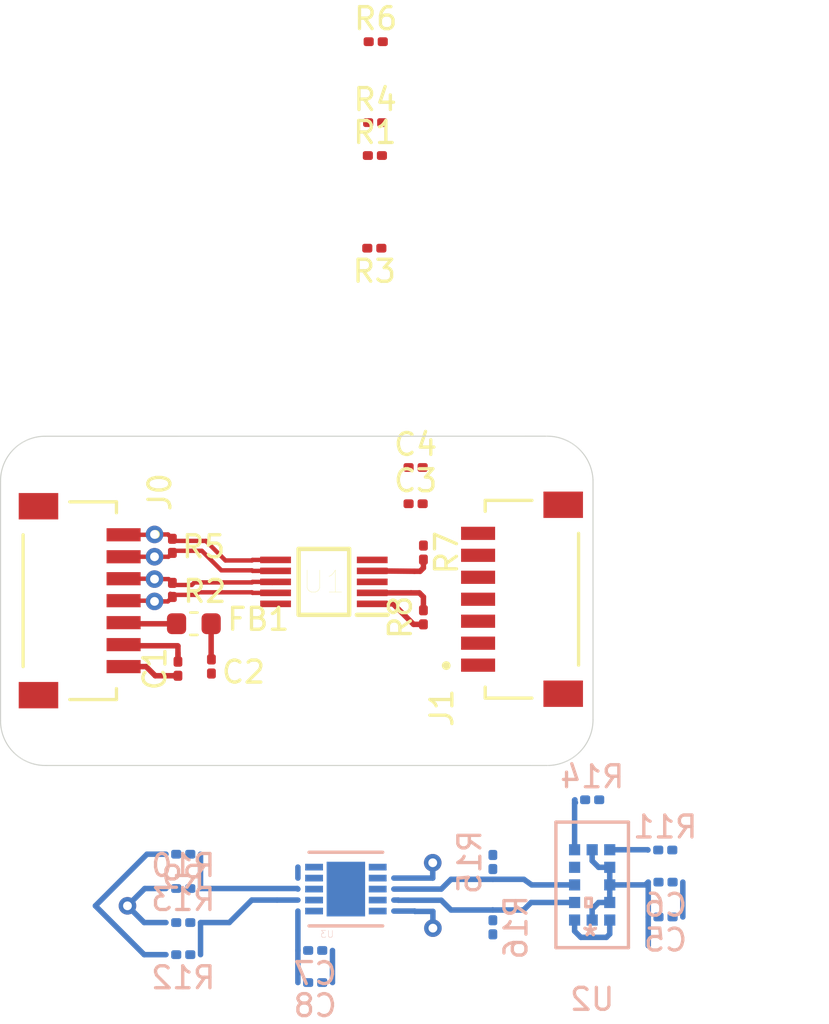
<source format=kicad_pcb>
(kicad_pcb (version 20171130) (host pcbnew 5.1.5+dfsg1-2build2)

  (general
    (thickness 1.6)
    (drawings 8)
    (tracks 153)
    (zones 0)
    (modules 30)
    (nets 23)
  )

  (page A4)
  (layers
    (0 F.Cu signal)
    (31 B.Cu signal)
    (32 B.Adhes user)
    (33 F.Adhes user)
    (34 B.Paste user)
    (35 F.Paste user)
    (36 B.SilkS user)
    (37 F.SilkS user)
    (38 B.Mask user)
    (39 F.Mask user)
    (40 Dwgs.User user hide)
    (41 Cmts.User user hide)
    (42 Eco1.User user)
    (43 Eco2.User user)
    (44 Edge.Cuts user)
    (45 Margin user)
    (46 B.CrtYd user)
    (47 F.CrtYd user)
    (48 B.Fab user)
    (49 F.Fab user hide)
  )

  (setup
    (last_trace_width 0.25)
    (user_trace_width 0.2)
    (trace_clearance 0.2)
    (zone_clearance 0.508)
    (zone_45_only no)
    (trace_min 0.2)
    (via_size 0.8)
    (via_drill 0.4)
    (via_min_size 0.4)
    (via_min_drill 0.3)
    (uvia_size 0.3)
    (uvia_drill 0.1)
    (uvias_allowed no)
    (uvia_min_size 0.2)
    (uvia_min_drill 0.1)
    (edge_width 0.05)
    (segment_width 0.2)
    (pcb_text_width 0.3)
    (pcb_text_size 1.5 1.5)
    (mod_edge_width 0.12)
    (mod_text_size 1 1)
    (mod_text_width 0.15)
    (pad_size 1.524 1.524)
    (pad_drill 0.762)
    (pad_to_mask_clearance 0.051)
    (solder_mask_min_width 0.25)
    (aux_axis_origin 0 0)
    (visible_elements FFFFFF7F)
    (pcbplotparams
      (layerselection 0x010fc_ffffffff)
      (usegerberextensions false)
      (usegerberattributes false)
      (usegerberadvancedattributes false)
      (creategerberjobfile false)
      (excludeedgelayer true)
      (linewidth 0.100000)
      (plotframeref false)
      (viasonmask false)
      (mode 1)
      (useauxorigin false)
      (hpglpennumber 1)
      (hpglpenspeed 20)
      (hpglpendiameter 15.000000)
      (psnegative false)
      (psa4output false)
      (plotreference true)
      (plotvalue true)
      (plotinvisibletext false)
      (padsonsilk false)
      (subtractmaskfromsilk false)
      (outputformat 1)
      (mirror false)
      (drillshape 1)
      (scaleselection 1)
      (outputdirectory ""))
  )

  (net 0 "")
  (net 1 GND)
  (net 2 shld)
  (net 3 VCC)
  (net 4 +3V3)
  (net 5 SDA+)
  (net 6 SDA-)
  (net 7 SCL+)
  (net 8 SCL-)
  (net 9 "Net-(J0-Pad8)")
  (net 10 "Net-(J0-Pad9)")
  (net 11 "Net-(J1-Pad9)")
  (net 12 "Net-(J1-Pad8)")
  (net 13 SCL)
  (net 14 SDA)
  (net 15 "Net-(R10-Pad1)")
  (net 16 "Net-(R12-Pad2)")
  (net 17 "Net-(R14-Pad2)")
  (net 18 "Net-(R15-Pad2)")
  (net 19 "Net-(R16-Pad2)")
  (net 20 "Net-(U1-Pad3)")
  (net 21 "Net-(U2-Pad8)")
  (net 22 "Net-(R11-Pad2)")

  (net_class Default "This is the default net class."
    (clearance 0.2)
    (trace_width 0.25)
    (via_dia 0.8)
    (via_drill 0.4)
    (uvia_dia 0.3)
    (uvia_drill 0.1)
    (add_net +3V3)
    (add_net GND)
    (add_net "Net-(J0-Pad8)")
    (add_net "Net-(J0-Pad9)")
    (add_net "Net-(J1-Pad8)")
    (add_net "Net-(J1-Pad9)")
    (add_net "Net-(R10-Pad1)")
    (add_net "Net-(R11-Pad2)")
    (add_net "Net-(R12-Pad2)")
    (add_net "Net-(R14-Pad2)")
    (add_net "Net-(R15-Pad2)")
    (add_net "Net-(R16-Pad2)")
    (add_net "Net-(U1-Pad3)")
    (add_net "Net-(U2-Pad8)")
    (add_net SCL)
    (add_net SCL+)
    (add_net SCL-)
    (add_net SDA)
    (add_net SDA+)
    (add_net SDA-)
    (add_net VCC)
    (add_net shld)
  )

  (module Inductor_SMD:L_0603_1608Metric (layer F.Cu) (tedit 5B301BBE) (tstamp 603C831C)
    (at 106.0324 96.2152)
    (descr "Inductor SMD 0603 (1608 Metric), square (rectangular) end terminal, IPC_7351 nominal, (Body size source: http://www.tortai-tech.com/upload/download/2011102023233369053.pdf), generated with kicad-footprint-generator")
    (tags inductor)
    (path /603C74BB)
    (attr smd)
    (fp_text reference FB1 (at 2.9336 -0.2032) (layer F.SilkS)
      (effects (font (size 1 1) (thickness 0.15)))
    )
    (fp_text value Ferrite_Bead_Small (at 0 1.43) (layer F.Fab)
      (effects (font (size 1 1) (thickness 0.15)))
    )
    (fp_text user %R (at 0 0) (layer F.Fab)
      (effects (font (size 0.4 0.4) (thickness 0.06)))
    )
    (fp_line (start 1.48 0.73) (end -1.48 0.73) (layer F.CrtYd) (width 0.05))
    (fp_line (start 1.48 -0.73) (end 1.48 0.73) (layer F.CrtYd) (width 0.05))
    (fp_line (start -1.48 -0.73) (end 1.48 -0.73) (layer F.CrtYd) (width 0.05))
    (fp_line (start -1.48 0.73) (end -1.48 -0.73) (layer F.CrtYd) (width 0.05))
    (fp_line (start -0.162779 0.51) (end 0.162779 0.51) (layer F.SilkS) (width 0.12))
    (fp_line (start -0.162779 -0.51) (end 0.162779 -0.51) (layer F.SilkS) (width 0.12))
    (fp_line (start 0.8 0.4) (end -0.8 0.4) (layer F.Fab) (width 0.1))
    (fp_line (start 0.8 -0.4) (end 0.8 0.4) (layer F.Fab) (width 0.1))
    (fp_line (start -0.8 -0.4) (end 0.8 -0.4) (layer F.Fab) (width 0.1))
    (fp_line (start -0.8 0.4) (end -0.8 -0.4) (layer F.Fab) (width 0.1))
    (pad 2 smd roundrect (at 0.7875 0) (size 0.875 0.95) (layers F.Cu F.Paste F.Mask) (roundrect_rratio 0.25)
      (net 3 VCC))
    (pad 1 smd roundrect (at -0.7875 0) (size 0.875 0.95) (layers F.Cu F.Paste F.Mask) (roundrect_rratio 0.25)
      (net 4 +3V3))
    (model ${KISYS3DMOD}/Inductor_SMD.3dshapes/L_0603_1608Metric.wrl
      (at (xyz 0 0 0))
      (scale (xyz 1 1 1))
      (rotate (xyz 0 0 0))
    )
  )

  (module SM07B-SRSS-TB:JST-SM07B-SRSS-TBLFSN-0 (layer F.Cu) (tedit 5EF19938) (tstamp 604518D5)
    (at 100.3834 95.1664 270)
    (path /6055ED0B)
    (fp_text reference J0 (at -5.9 -4.1 90) (layer F.SilkS)
      (effects (font (size 1 1) (thickness 0.15)) (justify right))
    )
    (fp_text value SM07B-SRSS-TBLFSN (at 0 0 90) (layer Cmts.User)
      (effects (font (size 1.27 1.27) (thickness 0.15)))
    )
    (fp_line (start -3 2.125) (end 3 2.125) (layer F.SilkS) (width 0.15))
    (fp_line (start -4.5 -2.125) (end -4.5 0) (layer F.SilkS) (width 0.15))
    (fp_line (start 4.5 -2.125) (end 4.5 0) (layer F.SilkS) (width 0.15))
    (fp_line (start 4.5 -2.125) (end 4 -2.125) (layer F.SilkS) (width 0.15))
    (fp_line (start -4.5 -2.125) (end -4 -2.125) (layer F.SilkS) (width 0.15))
    (fp_circle (center -3.02 -3.9) (end -2.92 -3.9) (layer F.SilkS) (width 0.2))
    (fp_line (start 4.925 2.35) (end 4.925 -3.25) (layer F.CrtYd) (width 0.15))
    (fp_line (start -4.925 2.35) (end 4.925 2.35) (layer F.CrtYd) (width 0.15))
    (fp_line (start -4.925 -3.25) (end -4.925 2.35) (layer F.CrtYd) (width 0.15))
    (fp_line (start 4.925 -3.25) (end -4.925 -3.25) (layer F.CrtYd) (width 0.15))
    (fp_line (start 4.925 -3.25) (end 4.925 -3.25) (layer F.CrtYd) (width 0.15))
    (fp_line (start 4.5 2.125) (end -4.5 2.125) (layer F.Fab) (width 0.15))
    (fp_line (start 4.5 -2.125) (end 4.5 2.125) (layer F.Fab) (width 0.15))
    (fp_line (start -4.5 -2.125) (end 4.5 -2.125) (layer F.Fab) (width 0.15))
    (fp_line (start -4.5 2.125) (end -4.5 -2.125) (layer F.Fab) (width 0.15))
    (pad 9 smd rect (at 4.3 1.425 270) (size 1.2 1.8) (layers F.Cu F.Paste F.Mask)
      (net 10 "Net-(J0-Pad9)"))
    (pad 8 smd rect (at -4.3 1.425 270) (size 1.2 1.8) (layers F.Cu F.Paste F.Mask)
      (net 9 "Net-(J0-Pad8)"))
    (pad 7 smd rect (at 3 -2.45 270) (size 0.6 1.55) (layers F.Cu F.Paste F.Mask)
      (net 2 shld))
    (pad 6 smd rect (at 2 -2.45 270) (size 0.6 1.55) (layers F.Cu F.Paste F.Mask)
      (net 1 GND))
    (pad 5 smd rect (at 1 -2.45 270) (size 0.6 1.55) (layers F.Cu F.Paste F.Mask)
      (net 4 +3V3))
    (pad 4 smd rect (at 0 -2.45 270) (size 0.6 1.55) (layers F.Cu F.Paste F.Mask)
      (net 6 SDA-))
    (pad 3 smd rect (at -1 -2.45 270) (size 0.6 1.55) (layers F.Cu F.Paste F.Mask)
      (net 5 SDA+))
    (pad 2 smd rect (at -2 -2.45 270) (size 0.6 1.55) (layers F.Cu F.Paste F.Mask)
      (net 7 SCL+))
    (pad 1 smd rect (at -3 -2.45 270) (size 0.6 1.55) (layers F.Cu F.Paste F.Mask)
      (net 8 SCL-))
    (model SM07B-SRSS-TB.models/JST_-_SM07B-SRSS-TB.step
      (at (xyz 0 0 0))
      (scale (xyz 1 1 1))
      (rotate (xyz 0 0 0))
    )
  )

  (module SM07B-SRSS-TB:JST-SM07B-SRSS-TBLFSN-0 (layer F.Cu) (tedit 5EF19938) (tstamp 6044B4FB)
    (at 121.4236 95.1004 90)
    (path /604B8AD4)
    (fp_text reference J1 (at -5.9 -4.1 90) (layer F.SilkS)
      (effects (font (size 1 1) (thickness 0.15)) (justify left))
    )
    (fp_text value SM07B-SRSS-TBLFSN (at 0 0 90) (layer Cmts.User)
      (effects (font (size 1.27 1.27) (thickness 0.15)))
    )
    (fp_line (start -4.5 2.125) (end -4.5 -2.125) (layer F.Fab) (width 0.15))
    (fp_line (start -4.5 -2.125) (end 4.5 -2.125) (layer F.Fab) (width 0.15))
    (fp_line (start 4.5 -2.125) (end 4.5 2.125) (layer F.Fab) (width 0.15))
    (fp_line (start 4.5 2.125) (end -4.5 2.125) (layer F.Fab) (width 0.15))
    (fp_line (start 4.925 -3.25) (end 4.925 -3.25) (layer F.CrtYd) (width 0.15))
    (fp_line (start 4.925 -3.25) (end -4.925 -3.25) (layer F.CrtYd) (width 0.15))
    (fp_line (start -4.925 -3.25) (end -4.925 2.35) (layer F.CrtYd) (width 0.15))
    (fp_line (start -4.925 2.35) (end 4.925 2.35) (layer F.CrtYd) (width 0.15))
    (fp_line (start 4.925 2.35) (end 4.925 -3.25) (layer F.CrtYd) (width 0.15))
    (fp_circle (center -3.02 -3.9) (end -2.92 -3.9) (layer F.SilkS) (width 0.2))
    (fp_line (start -4.5 -2.125) (end -4 -2.125) (layer F.SilkS) (width 0.15))
    (fp_line (start 4.5 -2.125) (end 4 -2.125) (layer F.SilkS) (width 0.15))
    (fp_line (start 4.5 -2.125) (end 4.5 0) (layer F.SilkS) (width 0.15))
    (fp_line (start -4.5 -2.125) (end -4.5 0) (layer F.SilkS) (width 0.15))
    (fp_line (start -3 2.125) (end 3 2.125) (layer F.SilkS) (width 0.15))
    (pad 1 smd rect (at -3 -2.45 90) (size 0.6 1.55) (layers F.Cu F.Paste F.Mask)
      (net 2 shld))
    (pad 2 smd rect (at -2 -2.45 90) (size 0.6 1.55) (layers F.Cu F.Paste F.Mask)
      (net 1 GND))
    (pad 3 smd rect (at -1 -2.45 90) (size 0.6 1.55) (layers F.Cu F.Paste F.Mask)
      (net 4 +3V3))
    (pad 4 smd rect (at 0 -2.45 90) (size 0.6 1.55) (layers F.Cu F.Paste F.Mask)
      (net 6 SDA-))
    (pad 5 smd rect (at 1 -2.45 90) (size 0.6 1.55) (layers F.Cu F.Paste F.Mask)
      (net 5 SDA+))
    (pad 6 smd rect (at 2 -2.45 90) (size 0.6 1.55) (layers F.Cu F.Paste F.Mask)
      (net 7 SCL+))
    (pad 7 smd rect (at 3 -2.45 90) (size 0.6 1.55) (layers F.Cu F.Paste F.Mask)
      (net 8 SCL-))
    (pad 8 smd rect (at -4.3 1.425 90) (size 1.2 1.8) (layers F.Cu F.Paste F.Mask)
      (net 12 "Net-(J1-Pad8)"))
    (pad 9 smd rect (at 4.3 1.425 90) (size 1.2 1.8) (layers F.Cu F.Paste F.Mask)
      (net 11 "Net-(J1-Pad9)"))
    (model SM07B-SRSS-TB.models/JST_-_SM07B-SRSS-TB.step
      (at (xyz 0 0 0))
      (scale (xyz 1 1 1))
      (rotate (xyz 0 0 0))
    )
  )

  (module PCA9615:PCA9615_SOP50P490 (layer F.Cu) (tedit 60336E4E) (tstamp 604486DB)
    (at 111.9534 94.3102 180)
    (descr "<b>TSSOP10 (SOT552-1)</b><br>")
    (path /603AE4F8)
    (fp_text reference U1 (at 0 0) (layer F.SilkS)
      (effects (font (size 1 1) (thickness 0.015)))
    )
    (fp_text value PCA9615DPJ (at 0 0) (layer F.Fab)
      (effects (font (size 1 1) (thickness 0.015)))
    )
    (fp_line (start -2.9 -1.5) (end -1.5 -1.5) (layer F.SilkS) (width 0.2))
    (fp_line (start -1.15 1.5) (end -1.15 -1.5) (layer F.SilkS) (width 0.2))
    (fp_line (start 1.15 1.5) (end -1.15 1.5) (layer F.SilkS) (width 0.2))
    (fp_line (start 1.15 -1.5) (end 1.15 1.5) (layer F.SilkS) (width 0.2))
    (fp_line (start -1.15 -1.5) (end 1.15 -1.5) (layer F.SilkS) (width 0.2))
    (fp_line (start -1.5 -1) (end -1 -1.5) (layer F.Fab) (width 0.1))
    (fp_line (start -1.5 1.5) (end -1.5 -1.5) (layer F.Fab) (width 0.1))
    (fp_line (start 1.5 1.5) (end -1.5 1.5) (layer F.Fab) (width 0.1))
    (fp_line (start 1.5 -1.5) (end 1.5 1.5) (layer F.Fab) (width 0.1))
    (fp_line (start -1.5 -1.5) (end 1.5 -1.5) (layer F.Fab) (width 0.1))
    (fp_line (start -3.15 1.8) (end -3.15 -1.8) (layer F.Fab) (width 0.05))
    (fp_line (start 3.15 1.8) (end -3.15 1.8) (layer F.Fab) (width 0.05))
    (fp_line (start 3.15 -1.8) (end 3.15 1.8) (layer F.Fab) (width 0.05))
    (fp_line (start -3.15 -1.8) (end 3.15 -1.8) (layer F.Fab) (width 0.05))
    (pad 10 smd rect (at 2.2 -1 180) (size 1.4 0.3) (layers F.Cu F.Paste F.Mask)
      (net 3 VCC))
    (pad 9 smd rect (at 2.2 -0.5 180) (size 1.4 0.3) (layers F.Cu F.Paste F.Mask)
      (net 6 SDA-))
    (pad 8 smd rect (at 2.2 0 180) (size 1.4 0.3) (layers F.Cu F.Paste F.Mask)
      (net 5 SDA+))
    (pad 7 smd rect (at 2.2 0.5 180) (size 1.4 0.3) (layers F.Cu F.Paste F.Mask)
      (net 7 SCL+))
    (pad 6 smd rect (at 2.2 1 180) (size 1.4 0.3) (layers F.Cu F.Paste F.Mask)
      (net 8 SCL-))
    (pad 5 smd rect (at -2.2 1 180) (size 1.4 0.3) (layers F.Cu F.Paste F.Mask)
      (net 3 VCC))
    (pad 4 smd rect (at -2.2 0.5 180) (size 1.4 0.3) (layers F.Cu F.Paste F.Mask)
      (net 13 SCL))
    (pad 3 smd rect (at -2.2 0 180) (size 1.4 0.3) (layers F.Cu F.Paste F.Mask)
      (net 20 "Net-(U1-Pad3)"))
    (pad 2 smd rect (at -2.2 -0.5 180) (size 1.4 0.3) (layers F.Cu F.Paste F.Mask)
      (net 14 SDA))
    (pad 1 smd rect (at -2.2 -1 180) (size 1.4 0.3) (layers F.Cu F.Paste F.Mask)
      (net 3 VCC))
  )

  (module VL53L1X:VL53L1CXV0FY (layer B.Cu) (tedit 0) (tstamp 6044EFB9)
    (at 124.1679 108.1024)
    (path /603AEE74)
    (fp_text reference U2 (at 0 5.207) (layer B.SilkS)
      (effects (font (size 1 1) (thickness 0.15)) (justify mirror))
    )
    (fp_text value VL53L1CXV0FY_1 (at 0 3.81) (layer Dwgs.User)
      (effects (font (size 1 1) (thickness 0.15)) (justify mirror))
    )
    (fp_line (start -0.508 -2.7305) (end -1.524 -2.7305) (layer B.CrtYd) (width 0.1524))
    (fp_line (start -0.508 -2.7305) (end -0.508 -2.7305) (layer B.CrtYd) (width 0.1524))
    (fp_line (start 0.508 -2.7305) (end -0.508 -2.7305) (layer B.CrtYd) (width 0.1524))
    (fp_line (start 0.508 -2.7305) (end 0.508 -2.7305) (layer B.CrtYd) (width 0.1524))
    (fp_line (start 1.524 -2.7305) (end 0.508 -2.7305) (layer B.CrtYd) (width 0.1524))
    (fp_line (start 1.524 -2.108) (end 1.524 -2.7305) (layer B.CrtYd) (width 0.1524))
    (fp_line (start 1.524 -2.108) (end 1.524 -2.108) (layer B.CrtYd) (width 0.1524))
    (fp_line (start 1.524 2.108) (end 1.524 -2.108) (layer B.CrtYd) (width 0.1524))
    (fp_line (start 1.524 2.108) (end 1.524 2.108) (layer B.CrtYd) (width 0.1524))
    (fp_line (start 1.524 2.7305) (end 1.524 2.108) (layer B.CrtYd) (width 0.1524))
    (fp_line (start 0.508 2.7305) (end 1.524 2.7305) (layer B.CrtYd) (width 0.1524))
    (fp_line (start 0.508 2.7305) (end 0.508 2.7305) (layer B.CrtYd) (width 0.1524))
    (fp_line (start -0.508 2.7305) (end 0.508 2.7305) (layer B.CrtYd) (width 0.1524))
    (fp_line (start -0.508 2.7305) (end -0.508 2.7305) (layer B.CrtYd) (width 0.1524))
    (fp_line (start -1.524 2.7305) (end -0.508 2.7305) (layer B.CrtYd) (width 0.1524))
    (fp_line (start -1.524 2.108) (end -1.524 2.7305) (layer B.CrtYd) (width 0.1524))
    (fp_line (start -1.524 2.108) (end -1.524 2.108) (layer B.CrtYd) (width 0.1524))
    (fp_line (start -1.524 -2.108) (end -1.524 2.108) (layer B.CrtYd) (width 0.1524))
    (fp_line (start -1.524 -2.108) (end -1.524 -2.108) (layer B.CrtYd) (width 0.1524))
    (fp_line (start -1.524 -2.7305) (end -1.524 -2.108) (layer B.CrtYd) (width 0.1524))
    (fp_line (start -0.291973 0.990501) (end -0.037973 0.990501) (layer B.SilkS) (width 0.1524))
    (fp_line (start -0.291973 0.609501) (end -0.291973 0.990501) (layer B.SilkS) (width 0.1524))
    (fp_line (start -0.037973 0.609501) (end -0.291973 0.609501) (layer B.SilkS) (width 0.1524))
    (fp_line (start -0.037973 0.990501) (end -0.037973 0.609501) (layer B.SilkS) (width 0.1524))
    (fp_line (start -1.27 2.4765) (end -1.27 -2.4765) (layer B.Fab) (width 0.1524))
    (fp_line (start 1.27 2.4765) (end -1.27 2.4765) (layer B.Fab) (width 0.1524))
    (fp_line (start 1.27 -2.4765) (end 1.27 2.4765) (layer B.Fab) (width 0.1524))
    (fp_line (start -1.27 -2.4765) (end 1.27 -2.4765) (layer B.Fab) (width 0.1524))
    (fp_line (start -1.651 2.8575) (end -1.651 -2.8575) (layer B.SilkS) (width 0.1524))
    (fp_line (start 1.651 2.8575) (end -1.651 2.8575) (layer B.SilkS) (width 0.1524))
    (fp_line (start 1.651 -2.8575) (end 1.651 2.8575) (layer B.SilkS) (width 0.1524))
    (fp_line (start -1.651 -2.8575) (end 1.651 -2.8575) (layer B.SilkS) (width 0.1524))
    (fp_line (start -1.27 1.2065) (end 0 2.4765) (layer B.Fab) (width 0.1524))
    (fp_text user * (at 1.307973 2) (layer B.Fab)
      (effects (font (size 1 1) (thickness 0.15)) (justify mirror))
    )
    (fp_text user * (at -0.089027 2.381) (layer B.SilkS)
      (effects (font (size 1 1) (thickness 0.15)) (justify mirror))
    )
    (fp_text user 0.126in/3.2mm (at 4.788027 -0.635) (layer Dwgs.User)
      (effects (font (size 1 1) (thickness 0.15)))
    )
    (fp_text user -0.063in/-1.6mm (at 0 -7.187946) (layer Dwgs.User)
      (effects (font (size 1 1) (thickness 0.15)))
    )
    (fp_text user 0.02in/0.508mm (at -2.248027 -1.599946) (layer Dwgs.User)
      (effects (font (size 1 1) (thickness 0.15)))
    )
    (fp_text user 0.02in/0.508mm (at 0.799973 4.647946) (layer Dwgs.User)
      (effects (font (size 1 1) (thickness 0.15)))
    )
    (fp_text user 0.031in/0.8mm (at -1.232027 1.2) (layer Dwgs.User)
      (effects (font (size 1 1) (thickness 0.15)))
    )
    (fp_text user * (at 1.307973 2) (layer B.Fab)
      (effects (font (size 1 1) (thickness 0.15)) (justify mirror))
    )
    (fp_text user * (at -0.089027 2.381) (layer B.SilkS)
      (effects (font (size 1 1) (thickness 0.15)) (justify mirror))
    )
    (fp_text user "Copyright 2016 Accelerated Designs. All rights reserved." (at 0 0) (layer Cmts.User)
      (effects (font (size 0.127 0.127) (thickness 0.002)))
    )
    (pad 12 smd rect (at 0 1.599946) (size 0.508 0.508) (layers B.Cu B.Paste B.Mask)
      (net 3 VCC))
    (pad 11 smd rect (at -0.799973 1.599999 270) (size 0.508 0.508) (layers B.Cu B.Paste B.Mask)
      (net 3 VCC))
    (pad 10 smd rect (at -0.799973 0.800001 270) (size 0.508 0.508) (layers B.Cu B.Paste B.Mask)
      (net 19 "Net-(R16-Pad2)"))
    (pad 9 smd rect (at -0.799973 0 270) (size 0.508 0.508) (layers B.Cu B.Paste B.Mask)
      (net 18 "Net-(R15-Pad2)"))
    (pad 8 smd rect (at -0.799973 -0.800001 270) (size 0.508 0.508) (layers B.Cu B.Paste B.Mask)
      (net 21 "Net-(U2-Pad8)"))
    (pad 7 smd rect (at -0.799973 -1.599999 270) (size 0.508 0.508) (layers B.Cu B.Paste B.Mask)
      (net 17 "Net-(R14-Pad2)"))
    (pad 6 smd rect (at 0 -1.599946) (size 0.508 0.508) (layers B.Cu B.Paste B.Mask)
      (net 3 VCC))
    (pad 5 smd rect (at 0.799973 -1.599999 270) (size 0.508 0.508) (layers B.Cu B.Paste B.Mask)
      (net 22 "Net-(R11-Pad2)"))
    (pad 4 smd rect (at 0.799973 -0.800001 270) (size 0.508 0.508) (layers B.Cu B.Paste B.Mask)
      (net 3 VCC))
    (pad 3 smd rect (at 0.799973 0 270) (size 0.508 0.508) (layers B.Cu B.Paste B.Mask)
      (net 3 VCC))
    (pad 2 smd rect (at 0.799973 0.800001 270) (size 0.508 0.508) (layers B.Cu B.Paste B.Mask)
      (net 3 VCC))
    (pad 1 smd rect (at 0.799973 1.599999 270) (size 0.508 0.508) (layers B.Cu B.Paste B.Mask)
      (net 3 VCC))
  )

  (module Capacitor_SMD:C_0201_0603Metric (layer F.Cu) (tedit 5B301BBE) (tstamp 60453219)
    (at 105.3084 98.2624 90)
    (descr "Capacitor SMD 0201 (0603 Metric), square (rectangular) end terminal, IPC_7351 nominal, (Body size source: https://www.vishay.com/docs/20052/crcw0201e3.pdf), generated with kicad-footprint-generator")
    (tags capacitor)
    (path /603EA97A)
    (attr smd)
    (fp_text reference C1 (at 0 -1.05 90) (layer F.SilkS)
      (effects (font (size 1 1) (thickness 0.15)))
    )
    (fp_text value 10uF (at 0 1.05 90) (layer F.Fab)
      (effects (font (size 1 1) (thickness 0.15)))
    )
    (fp_text user %R (at 0 -0.68 90) (layer F.Fab)
      (effects (font (size 0.25 0.25) (thickness 0.04)))
    )
    (fp_line (start 0.7 0.35) (end -0.7 0.35) (layer F.CrtYd) (width 0.05))
    (fp_line (start 0.7 -0.35) (end 0.7 0.35) (layer F.CrtYd) (width 0.05))
    (fp_line (start -0.7 -0.35) (end 0.7 -0.35) (layer F.CrtYd) (width 0.05))
    (fp_line (start -0.7 0.35) (end -0.7 -0.35) (layer F.CrtYd) (width 0.05))
    (fp_line (start 0.3 0.15) (end -0.3 0.15) (layer F.Fab) (width 0.1))
    (fp_line (start 0.3 -0.15) (end 0.3 0.15) (layer F.Fab) (width 0.1))
    (fp_line (start -0.3 -0.15) (end 0.3 -0.15) (layer F.Fab) (width 0.1))
    (fp_line (start -0.3 0.15) (end -0.3 -0.15) (layer F.Fab) (width 0.1))
    (pad 2 smd roundrect (at 0.32 0 90) (size 0.46 0.4) (layers F.Cu F.Mask) (roundrect_rratio 0.25)
      (net 1 GND))
    (pad 1 smd roundrect (at -0.32 0 90) (size 0.46 0.4) (layers F.Cu F.Mask) (roundrect_rratio 0.25)
      (net 2 shld))
    (pad "" smd roundrect (at 0.345 0 90) (size 0.318 0.36) (layers F.Paste) (roundrect_rratio 0.25))
    (pad "" smd roundrect (at -0.345 0 90) (size 0.318 0.36) (layers F.Paste) (roundrect_rratio 0.25))
    (model ${KISYS3DMOD}/Capacitor_SMD.3dshapes/C_0201_0603Metric.wrl
      (at (xyz 0 0 0))
      (scale (xyz 1 1 1))
      (rotate (xyz 0 0 0))
    )
  )

  (module Capacitor_SMD:C_0201_0603Metric (layer F.Cu) (tedit 5B301BBE) (tstamp 60453229)
    (at 106.8324 98.1608 90)
    (descr "Capacitor SMD 0201 (0603 Metric), square (rectangular) end terminal, IPC_7351 nominal, (Body size source: https://www.vishay.com/docs/20052/crcw0201e3.pdf), generated with kicad-footprint-generator")
    (tags capacitor)
    (path /603D1860)
    (attr smd)
    (fp_text reference C2 (at -0.254 1.4605 180) (layer F.SilkS)
      (effects (font (size 1 1) (thickness 0.15)))
    )
    (fp_text value 0.1uF (at 0 1.05 90) (layer F.Fab)
      (effects (font (size 1 1) (thickness 0.15)))
    )
    (fp_text user %R (at 0 -0.68 90) (layer F.Fab)
      (effects (font (size 0.25 0.25) (thickness 0.04)))
    )
    (fp_line (start 0.7 0.35) (end -0.7 0.35) (layer F.CrtYd) (width 0.05))
    (fp_line (start 0.7 -0.35) (end 0.7 0.35) (layer F.CrtYd) (width 0.05))
    (fp_line (start -0.7 -0.35) (end 0.7 -0.35) (layer F.CrtYd) (width 0.05))
    (fp_line (start -0.7 0.35) (end -0.7 -0.35) (layer F.CrtYd) (width 0.05))
    (fp_line (start 0.3 0.15) (end -0.3 0.15) (layer F.Fab) (width 0.1))
    (fp_line (start 0.3 -0.15) (end 0.3 0.15) (layer F.Fab) (width 0.1))
    (fp_line (start -0.3 -0.15) (end 0.3 -0.15) (layer F.Fab) (width 0.1))
    (fp_line (start -0.3 0.15) (end -0.3 -0.15) (layer F.Fab) (width 0.1))
    (pad 2 smd roundrect (at 0.32 0 90) (size 0.46 0.4) (layers F.Cu F.Mask) (roundrect_rratio 0.25)
      (net 3 VCC))
    (pad 1 smd roundrect (at -0.32 0 90) (size 0.46 0.4) (layers F.Cu F.Mask) (roundrect_rratio 0.25)
      (net 1 GND))
    (pad "" smd roundrect (at 0.345 0 90) (size 0.318 0.36) (layers F.Paste) (roundrect_rratio 0.25))
    (pad "" smd roundrect (at -0.345 0 90) (size 0.318 0.36) (layers F.Paste) (roundrect_rratio 0.25))
    (model ${KISYS3DMOD}/Capacitor_SMD.3dshapes/C_0201_0603Metric.wrl
      (at (xyz 0 0 0))
      (scale (xyz 1 1 1))
      (rotate (xyz 0 0 0))
    )
  )

  (module Capacitor_SMD:C_0201_0603Metric (layer F.Cu) (tedit 5B301BBE) (tstamp 60453AF0)
    (at 116.1289 90.7542)
    (descr "Capacitor SMD 0201 (0603 Metric), square (rectangular) end terminal, IPC_7351 nominal, (Body size source: https://www.vishay.com/docs/20052/crcw0201e3.pdf), generated with kicad-footprint-generator")
    (tags capacitor)
    (path /604A17A5)
    (attr smd)
    (fp_text reference C3 (at 0 -1.05) (layer F.SilkS)
      (effects (font (size 1 1) (thickness 0.15)))
    )
    (fp_text value 0.1uF (at 0 1.05) (layer F.Fab)
      (effects (font (size 1 1) (thickness 0.15)))
    )
    (fp_line (start -0.3 0.15) (end -0.3 -0.15) (layer F.Fab) (width 0.1))
    (fp_line (start -0.3 -0.15) (end 0.3 -0.15) (layer F.Fab) (width 0.1))
    (fp_line (start 0.3 -0.15) (end 0.3 0.15) (layer F.Fab) (width 0.1))
    (fp_line (start 0.3 0.15) (end -0.3 0.15) (layer F.Fab) (width 0.1))
    (fp_line (start -0.7 0.35) (end -0.7 -0.35) (layer F.CrtYd) (width 0.05))
    (fp_line (start -0.7 -0.35) (end 0.7 -0.35) (layer F.CrtYd) (width 0.05))
    (fp_line (start 0.7 -0.35) (end 0.7 0.35) (layer F.CrtYd) (width 0.05))
    (fp_line (start 0.7 0.35) (end -0.7 0.35) (layer F.CrtYd) (width 0.05))
    (fp_text user %R (at 0 -0.68) (layer F.Fab)
      (effects (font (size 0.25 0.25) (thickness 0.04)))
    )
    (pad "" smd roundrect (at -0.345 0) (size 0.318 0.36) (layers F.Paste) (roundrect_rratio 0.25))
    (pad "" smd roundrect (at 0.345 0) (size 0.318 0.36) (layers F.Paste) (roundrect_rratio 0.25))
    (pad 1 smd roundrect (at -0.32 0) (size 0.46 0.4) (layers F.Cu F.Mask) (roundrect_rratio 0.25)
      (net 3 VCC))
    (pad 2 smd roundrect (at 0.32 0) (size 0.46 0.4) (layers F.Cu F.Mask) (roundrect_rratio 0.25)
      (net 1 GND))
    (model ${KISYS3DMOD}/Capacitor_SMD.3dshapes/C_0201_0603Metric.wrl
      (at (xyz 0 0 0))
      (scale (xyz 1 1 1))
      (rotate (xyz 0 0 0))
    )
  )

  (module Capacitor_SMD:C_0201_0603Metric (layer F.Cu) (tedit 5B301BBE) (tstamp 60453249)
    (at 116.1289 89.1032)
    (descr "Capacitor SMD 0201 (0603 Metric), square (rectangular) end terminal, IPC_7351 nominal, (Body size source: https://www.vishay.com/docs/20052/crcw0201e3.pdf), generated with kicad-footprint-generator")
    (tags capacitor)
    (path /604A1A2C)
    (attr smd)
    (fp_text reference C4 (at 0 -1.05) (layer F.SilkS)
      (effects (font (size 1 1) (thickness 0.15)))
    )
    (fp_text value 10uF (at 0 1.05) (layer F.Fab)
      (effects (font (size 1 1) (thickness 0.15)))
    )
    (fp_text user %R (at 0 -0.68) (layer F.Fab)
      (effects (font (size 0.25 0.25) (thickness 0.04)))
    )
    (fp_line (start 0.7 0.35) (end -0.7 0.35) (layer F.CrtYd) (width 0.05))
    (fp_line (start 0.7 -0.35) (end 0.7 0.35) (layer F.CrtYd) (width 0.05))
    (fp_line (start -0.7 -0.35) (end 0.7 -0.35) (layer F.CrtYd) (width 0.05))
    (fp_line (start -0.7 0.35) (end -0.7 -0.35) (layer F.CrtYd) (width 0.05))
    (fp_line (start 0.3 0.15) (end -0.3 0.15) (layer F.Fab) (width 0.1))
    (fp_line (start 0.3 -0.15) (end 0.3 0.15) (layer F.Fab) (width 0.1))
    (fp_line (start -0.3 -0.15) (end 0.3 -0.15) (layer F.Fab) (width 0.1))
    (fp_line (start -0.3 0.15) (end -0.3 -0.15) (layer F.Fab) (width 0.1))
    (pad 2 smd roundrect (at 0.32 0) (size 0.46 0.4) (layers F.Cu F.Mask) (roundrect_rratio 0.25)
      (net 1 GND))
    (pad 1 smd roundrect (at -0.32 0) (size 0.46 0.4) (layers F.Cu F.Mask) (roundrect_rratio 0.25)
      (net 3 VCC))
    (pad "" smd roundrect (at 0.345 0) (size 0.318 0.36) (layers F.Paste) (roundrect_rratio 0.25))
    (pad "" smd roundrect (at -0.345 0) (size 0.318 0.36) (layers F.Paste) (roundrect_rratio 0.25))
    (model ${KISYS3DMOD}/Capacitor_SMD.3dshapes/C_0201_0603Metric.wrl
      (at (xyz 0 0 0))
      (scale (xyz 1 1 1))
      (rotate (xyz 0 0 0))
    )
  )

  (module Capacitor_SMD:C_0201_0603Metric (layer B.Cu) (tedit 5B301BBE) (tstamp 60453259)
    (at 127.5079 109.5629)
    (descr "Capacitor SMD 0201 (0603 Metric), square (rectangular) end terminal, IPC_7351 nominal, (Body size source: https://www.vishay.com/docs/20052/crcw0201e3.pdf), generated with kicad-footprint-generator")
    (tags capacitor)
    (path /605FFA3B)
    (attr smd)
    (fp_text reference C5 (at 0 1.05) (layer B.SilkS)
      (effects (font (size 1 1) (thickness 0.15)) (justify mirror))
    )
    (fp_text value 0.1uF (at 0 -1.05) (layer B.Fab)
      (effects (font (size 1 1) (thickness 0.15)) (justify mirror))
    )
    (fp_line (start -0.3 -0.15) (end -0.3 0.15) (layer B.Fab) (width 0.1))
    (fp_line (start -0.3 0.15) (end 0.3 0.15) (layer B.Fab) (width 0.1))
    (fp_line (start 0.3 0.15) (end 0.3 -0.15) (layer B.Fab) (width 0.1))
    (fp_line (start 0.3 -0.15) (end -0.3 -0.15) (layer B.Fab) (width 0.1))
    (fp_line (start -0.7 -0.35) (end -0.7 0.35) (layer B.CrtYd) (width 0.05))
    (fp_line (start -0.7 0.35) (end 0.7 0.35) (layer B.CrtYd) (width 0.05))
    (fp_line (start 0.7 0.35) (end 0.7 -0.35) (layer B.CrtYd) (width 0.05))
    (fp_line (start 0.7 -0.35) (end -0.7 -0.35) (layer B.CrtYd) (width 0.05))
    (fp_text user %R (at 0 0.68) (layer B.Fab)
      (effects (font (size 0.25 0.25) (thickness 0.04)) (justify mirror))
    )
    (pad "" smd roundrect (at -0.345 0) (size 0.318 0.36) (layers B.Paste) (roundrect_rratio 0.25))
    (pad "" smd roundrect (at 0.345 0) (size 0.318 0.36) (layers B.Paste) (roundrect_rratio 0.25))
    (pad 1 smd roundrect (at -0.32 0) (size 0.46 0.4) (layers B.Cu B.Mask) (roundrect_rratio 0.25)
      (net 3 VCC))
    (pad 2 smd roundrect (at 0.32 0) (size 0.46 0.4) (layers B.Cu B.Mask) (roundrect_rratio 0.25)
      (net 1 GND))
    (model ${KISYS3DMOD}/Capacitor_SMD.3dshapes/C_0201_0603Metric.wrl
      (at (xyz 0 0 0))
      (scale (xyz 1 1 1))
      (rotate (xyz 0 0 0))
    )
  )

  (module Capacitor_SMD:C_0201_0603Metric (layer B.Cu) (tedit 5B301BBE) (tstamp 60453269)
    (at 127.5079 107.9754)
    (descr "Capacitor SMD 0201 (0603 Metric), square (rectangular) end terminal, IPC_7351 nominal, (Body size source: https://www.vishay.com/docs/20052/crcw0201e3.pdf), generated with kicad-footprint-generator")
    (tags capacitor)
    (path /605FFCC7)
    (attr smd)
    (fp_text reference C6 (at 0 1.05) (layer B.SilkS)
      (effects (font (size 1 1) (thickness 0.15)) (justify mirror))
    )
    (fp_text value 4.7uF (at 0 -1.05) (layer B.Fab)
      (effects (font (size 1 1) (thickness 0.15)) (justify mirror))
    )
    (fp_line (start -0.3 -0.15) (end -0.3 0.15) (layer B.Fab) (width 0.1))
    (fp_line (start -0.3 0.15) (end 0.3 0.15) (layer B.Fab) (width 0.1))
    (fp_line (start 0.3 0.15) (end 0.3 -0.15) (layer B.Fab) (width 0.1))
    (fp_line (start 0.3 -0.15) (end -0.3 -0.15) (layer B.Fab) (width 0.1))
    (fp_line (start -0.7 -0.35) (end -0.7 0.35) (layer B.CrtYd) (width 0.05))
    (fp_line (start -0.7 0.35) (end 0.7 0.35) (layer B.CrtYd) (width 0.05))
    (fp_line (start 0.7 0.35) (end 0.7 -0.35) (layer B.CrtYd) (width 0.05))
    (fp_line (start 0.7 -0.35) (end -0.7 -0.35) (layer B.CrtYd) (width 0.05))
    (fp_text user %R (at 0 0.68) (layer B.Fab)
      (effects (font (size 0.25 0.25) (thickness 0.04)) (justify mirror))
    )
    (pad "" smd roundrect (at -0.345 0) (size 0.318 0.36) (layers B.Paste) (roundrect_rratio 0.25))
    (pad "" smd roundrect (at 0.345 0) (size 0.318 0.36) (layers B.Paste) (roundrect_rratio 0.25))
    (pad 1 smd roundrect (at -0.32 0) (size 0.46 0.4) (layers B.Cu B.Mask) (roundrect_rratio 0.25)
      (net 3 VCC))
    (pad 2 smd roundrect (at 0.32 0) (size 0.46 0.4) (layers B.Cu B.Mask) (roundrect_rratio 0.25)
      (net 1 GND))
    (model ${KISYS3DMOD}/Capacitor_SMD.3dshapes/C_0201_0603Metric.wrl
      (at (xyz 0 0 0))
      (scale (xyz 1 1 1))
      (rotate (xyz 0 0 0))
    )
  )

  (module Capacitor_SMD:C_0201_0603Metric (layer B.Cu) (tedit 5B301BBE) (tstamp 60453279)
    (at 111.5567 111.0869)
    (descr "Capacitor SMD 0201 (0603 Metric), square (rectangular) end terminal, IPC_7351 nominal, (Body size source: https://www.vishay.com/docs/20052/crcw0201e3.pdf), generated with kicad-footprint-generator")
    (tags capacitor)
    (path /604F6612)
    (attr smd)
    (fp_text reference C7 (at 0 1.05) (layer B.SilkS)
      (effects (font (size 1 1) (thickness 0.15)) (justify mirror))
    )
    (fp_text value 0.01uF (at 0 -1.05) (layer B.Fab)
      (effects (font (size 1 1) (thickness 0.15)) (justify mirror))
    )
    (fp_line (start -0.3 -0.15) (end -0.3 0.15) (layer B.Fab) (width 0.1))
    (fp_line (start -0.3 0.15) (end 0.3 0.15) (layer B.Fab) (width 0.1))
    (fp_line (start 0.3 0.15) (end 0.3 -0.15) (layer B.Fab) (width 0.1))
    (fp_line (start 0.3 -0.15) (end -0.3 -0.15) (layer B.Fab) (width 0.1))
    (fp_line (start -0.7 -0.35) (end -0.7 0.35) (layer B.CrtYd) (width 0.05))
    (fp_line (start -0.7 0.35) (end 0.7 0.35) (layer B.CrtYd) (width 0.05))
    (fp_line (start 0.7 0.35) (end 0.7 -0.35) (layer B.CrtYd) (width 0.05))
    (fp_line (start 0.7 -0.35) (end -0.7 -0.35) (layer B.CrtYd) (width 0.05))
    (fp_text user %R (at 0 0.68) (layer B.Fab)
      (effects (font (size 0.25 0.25) (thickness 0.04)) (justify mirror))
    )
    (pad "" smd roundrect (at -0.345 0) (size 0.318 0.36) (layers B.Paste) (roundrect_rratio 0.25))
    (pad "" smd roundrect (at 0.345 0) (size 0.318 0.36) (layers B.Paste) (roundrect_rratio 0.25))
    (pad 1 smd roundrect (at -0.32 0) (size 0.46 0.4) (layers B.Cu B.Mask) (roundrect_rratio 0.25)
      (net 3 VCC))
    (pad 2 smd roundrect (at 0.32 0) (size 0.46 0.4) (layers B.Cu B.Mask) (roundrect_rratio 0.25)
      (net 1 GND))
    (model ${KISYS3DMOD}/Capacitor_SMD.3dshapes/C_0201_0603Metric.wrl
      (at (xyz 0 0 0))
      (scale (xyz 1 1 1))
      (rotate (xyz 0 0 0))
    )
  )

  (module Capacitor_SMD:C_0201_0603Metric (layer B.Cu) (tedit 5B301BBE) (tstamp 60453289)
    (at 111.5567 112.5474)
    (descr "Capacitor SMD 0201 (0603 Metric), square (rectangular) end terminal, IPC_7351 nominal, (Body size source: https://www.vishay.com/docs/20052/crcw0201e3.pdf), generated with kicad-footprint-generator")
    (tags capacitor)
    (path /604F67F8)
    (attr smd)
    (fp_text reference C8 (at 0 1.05) (layer B.SilkS)
      (effects (font (size 1 1) (thickness 0.15)) (justify mirror))
    )
    (fp_text value 4.7uF (at 0 -1.05) (layer B.Fab)
      (effects (font (size 1 1) (thickness 0.15)) (justify mirror))
    )
    (fp_text user %R (at 0 0.68) (layer B.Fab)
      (effects (font (size 0.25 0.25) (thickness 0.04)) (justify mirror))
    )
    (fp_line (start 0.7 -0.35) (end -0.7 -0.35) (layer B.CrtYd) (width 0.05))
    (fp_line (start 0.7 0.35) (end 0.7 -0.35) (layer B.CrtYd) (width 0.05))
    (fp_line (start -0.7 0.35) (end 0.7 0.35) (layer B.CrtYd) (width 0.05))
    (fp_line (start -0.7 -0.35) (end -0.7 0.35) (layer B.CrtYd) (width 0.05))
    (fp_line (start 0.3 -0.15) (end -0.3 -0.15) (layer B.Fab) (width 0.1))
    (fp_line (start 0.3 0.15) (end 0.3 -0.15) (layer B.Fab) (width 0.1))
    (fp_line (start -0.3 0.15) (end 0.3 0.15) (layer B.Fab) (width 0.1))
    (fp_line (start -0.3 -0.15) (end -0.3 0.15) (layer B.Fab) (width 0.1))
    (pad 2 smd roundrect (at 0.32 0) (size 0.46 0.4) (layers B.Cu B.Mask) (roundrect_rratio 0.25)
      (net 1 GND))
    (pad 1 smd roundrect (at -0.32 0) (size 0.46 0.4) (layers B.Cu B.Mask) (roundrect_rratio 0.25)
      (net 3 VCC))
    (pad "" smd roundrect (at 0.345 0) (size 0.318 0.36) (layers B.Paste) (roundrect_rratio 0.25))
    (pad "" smd roundrect (at -0.345 0) (size 0.318 0.36) (layers B.Paste) (roundrect_rratio 0.25))
    (model ${KISYS3DMOD}/Capacitor_SMD.3dshapes/C_0201_0603Metric.wrl
      (at (xyz 0 0 0))
      (scale (xyz 1 1 1))
      (rotate (xyz 0 0 0))
    )
  )

  (module Resistor_SMD:R_0201_0603Metric (layer F.Cu) (tedit 5B301BBD) (tstamp 60453299)
    (at 114.2746 74.9045)
    (descr "Resistor SMD 0201 (0603 Metric), square (rectangular) end terminal, IPC_7351 nominal, (Body size source: https://www.vishay.com/docs/20052/crcw0201e3.pdf), generated with kicad-footprint-generator")
    (tags resistor)
    (path /603D5753)
    (attr smd)
    (fp_text reference R1 (at 0 -1.05) (layer F.SilkS)
      (effects (font (size 1 1) (thickness 0.15)))
    )
    (fp_text value 600 (at 0 1.05) (layer F.Fab)
      (effects (font (size 1 1) (thickness 0.15)))
    )
    (fp_line (start -0.3 0.15) (end -0.3 -0.15) (layer F.Fab) (width 0.1))
    (fp_line (start -0.3 -0.15) (end 0.3 -0.15) (layer F.Fab) (width 0.1))
    (fp_line (start 0.3 -0.15) (end 0.3 0.15) (layer F.Fab) (width 0.1))
    (fp_line (start 0.3 0.15) (end -0.3 0.15) (layer F.Fab) (width 0.1))
    (fp_line (start -0.7 0.35) (end -0.7 -0.35) (layer F.CrtYd) (width 0.05))
    (fp_line (start -0.7 -0.35) (end 0.7 -0.35) (layer F.CrtYd) (width 0.05))
    (fp_line (start 0.7 -0.35) (end 0.7 0.35) (layer F.CrtYd) (width 0.05))
    (fp_line (start 0.7 0.35) (end -0.7 0.35) (layer F.CrtYd) (width 0.05))
    (fp_text user %R (at 0 -0.68) (layer F.Fab)
      (effects (font (size 0.25 0.25) (thickness 0.04)))
    )
    (pad "" smd roundrect (at -0.345 0) (size 0.318 0.36) (layers F.Paste) (roundrect_rratio 0.25))
    (pad "" smd roundrect (at 0.345 0) (size 0.318 0.36) (layers F.Paste) (roundrect_rratio 0.25))
    (pad 1 smd roundrect (at -0.32 0) (size 0.46 0.4) (layers F.Cu F.Mask) (roundrect_rratio 0.25)
      (net 3 VCC))
    (pad 2 smd roundrect (at 0.32 0) (size 0.46 0.4) (layers F.Cu F.Mask) (roundrect_rratio 0.25)
      (net 5 SDA+))
    (model ${KISYS3DMOD}/Resistor_SMD.3dshapes/R_0201_0603Metric.wrl
      (at (xyz 0 0 0))
      (scale (xyz 1 1 1))
      (rotate (xyz 0 0 0))
    )
  )

  (module Resistor_SMD:R_0201_0603Metric (layer F.Cu) (tedit 5B301BBD) (tstamp 60453703)
    (at 105.0544 94.676 270)
    (descr "Resistor SMD 0201 (0603 Metric), square (rectangular) end terminal, IPC_7351 nominal, (Body size source: https://www.vishay.com/docs/20052/crcw0201e3.pdf), generated with kicad-footprint-generator")
    (tags resistor)
    (path /603D5B00)
    (attr smd)
    (fp_text reference R2 (at 0.066 -1.4732 180) (layer F.SilkS)
      (effects (font (size 1 1) (thickness 0.15)))
    )
    (fp_text value 120 (at 0 1.05 90) (layer F.Fab)
      (effects (font (size 1 1) (thickness 0.15)))
    )
    (fp_text user %R (at 0 -0.68 90) (layer F.Fab)
      (effects (font (size 0.25 0.25) (thickness 0.04)))
    )
    (fp_line (start 0.7 0.35) (end -0.7 0.35) (layer F.CrtYd) (width 0.05))
    (fp_line (start 0.7 -0.35) (end 0.7 0.35) (layer F.CrtYd) (width 0.05))
    (fp_line (start -0.7 -0.35) (end 0.7 -0.35) (layer F.CrtYd) (width 0.05))
    (fp_line (start -0.7 0.35) (end -0.7 -0.35) (layer F.CrtYd) (width 0.05))
    (fp_line (start 0.3 0.15) (end -0.3 0.15) (layer F.Fab) (width 0.1))
    (fp_line (start 0.3 -0.15) (end 0.3 0.15) (layer F.Fab) (width 0.1))
    (fp_line (start -0.3 -0.15) (end 0.3 -0.15) (layer F.Fab) (width 0.1))
    (fp_line (start -0.3 0.15) (end -0.3 -0.15) (layer F.Fab) (width 0.1))
    (pad 2 smd roundrect (at 0.32 0 270) (size 0.46 0.4) (layers F.Cu F.Mask) (roundrect_rratio 0.25)
      (net 6 SDA-))
    (pad 1 smd roundrect (at -0.32 0 270) (size 0.46 0.4) (layers F.Cu F.Mask) (roundrect_rratio 0.25)
      (net 5 SDA+))
    (pad "" smd roundrect (at 0.345 0 270) (size 0.318 0.36) (layers F.Paste) (roundrect_rratio 0.25))
    (pad "" smd roundrect (at -0.345 0 270) (size 0.318 0.36) (layers F.Paste) (roundrect_rratio 0.25))
    (model ${KISYS3DMOD}/Resistor_SMD.3dshapes/R_0201_0603Metric.wrl
      (at (xyz 0 0 0))
      (scale (xyz 1 1 1))
      (rotate (xyz 0 0 0))
    )
  )

  (module Resistor_SMD:R_0201_0603Metric (layer F.Cu) (tedit 5B301BBD) (tstamp 604532B9)
    (at 114.2491 79.121 180)
    (descr "Resistor SMD 0201 (0603 Metric), square (rectangular) end terminal, IPC_7351 nominal, (Body size source: https://www.vishay.com/docs/20052/crcw0201e3.pdf), generated with kicad-footprint-generator")
    (tags resistor)
    (path /603D608C)
    (attr smd)
    (fp_text reference R3 (at 0 -1.05) (layer F.SilkS)
      (effects (font (size 1 1) (thickness 0.15)))
    )
    (fp_text value 600 (at 0 1.05) (layer F.Fab)
      (effects (font (size 1 1) (thickness 0.15)))
    )
    (fp_line (start -0.3 0.15) (end -0.3 -0.15) (layer F.Fab) (width 0.1))
    (fp_line (start -0.3 -0.15) (end 0.3 -0.15) (layer F.Fab) (width 0.1))
    (fp_line (start 0.3 -0.15) (end 0.3 0.15) (layer F.Fab) (width 0.1))
    (fp_line (start 0.3 0.15) (end -0.3 0.15) (layer F.Fab) (width 0.1))
    (fp_line (start -0.7 0.35) (end -0.7 -0.35) (layer F.CrtYd) (width 0.05))
    (fp_line (start -0.7 -0.35) (end 0.7 -0.35) (layer F.CrtYd) (width 0.05))
    (fp_line (start 0.7 -0.35) (end 0.7 0.35) (layer F.CrtYd) (width 0.05))
    (fp_line (start 0.7 0.35) (end -0.7 0.35) (layer F.CrtYd) (width 0.05))
    (fp_text user %R (at 0 -0.68) (layer F.Fab)
      (effects (font (size 0.25 0.25) (thickness 0.04)))
    )
    (pad "" smd roundrect (at -0.345 0 180) (size 0.318 0.36) (layers F.Paste) (roundrect_rratio 0.25))
    (pad "" smd roundrect (at 0.345 0 180) (size 0.318 0.36) (layers F.Paste) (roundrect_rratio 0.25))
    (pad 1 smd roundrect (at -0.32 0 180) (size 0.46 0.4) (layers F.Cu F.Mask) (roundrect_rratio 0.25)
      (net 6 SDA-))
    (pad 2 smd roundrect (at 0.32 0 180) (size 0.46 0.4) (layers F.Cu F.Mask) (roundrect_rratio 0.25)
      (net 1 GND))
    (model ${KISYS3DMOD}/Resistor_SMD.3dshapes/R_0201_0603Metric.wrl
      (at (xyz 0 0 0))
      (scale (xyz 1 1 1))
      (rotate (xyz 0 0 0))
    )
  )

  (module Resistor_SMD:R_0201_0603Metric (layer F.Cu) (tedit 5B301BBD) (tstamp 604532C9)
    (at 114.2886 73.406)
    (descr "Resistor SMD 0201 (0603 Metric), square (rectangular) end terminal, IPC_7351 nominal, (Body size source: https://www.vishay.com/docs/20052/crcw0201e3.pdf), generated with kicad-footprint-generator")
    (tags resistor)
    (path /603CBBD6)
    (attr smd)
    (fp_text reference R4 (at 0 -1.05) (layer F.SilkS)
      (effects (font (size 1 1) (thickness 0.15)))
    )
    (fp_text value 600 (at 0 1.05) (layer F.Fab)
      (effects (font (size 1 1) (thickness 0.15)))
    )
    (fp_text user %R (at 0 -0.68) (layer F.Fab)
      (effects (font (size 0.25 0.25) (thickness 0.04)))
    )
    (fp_line (start 0.7 0.35) (end -0.7 0.35) (layer F.CrtYd) (width 0.05))
    (fp_line (start 0.7 -0.35) (end 0.7 0.35) (layer F.CrtYd) (width 0.05))
    (fp_line (start -0.7 -0.35) (end 0.7 -0.35) (layer F.CrtYd) (width 0.05))
    (fp_line (start -0.7 0.35) (end -0.7 -0.35) (layer F.CrtYd) (width 0.05))
    (fp_line (start 0.3 0.15) (end -0.3 0.15) (layer F.Fab) (width 0.1))
    (fp_line (start 0.3 -0.15) (end 0.3 0.15) (layer F.Fab) (width 0.1))
    (fp_line (start -0.3 -0.15) (end 0.3 -0.15) (layer F.Fab) (width 0.1))
    (fp_line (start -0.3 0.15) (end -0.3 -0.15) (layer F.Fab) (width 0.1))
    (pad 2 smd roundrect (at 0.32 0) (size 0.46 0.4) (layers F.Cu F.Mask) (roundrect_rratio 0.25)
      (net 7 SCL+))
    (pad 1 smd roundrect (at -0.32 0) (size 0.46 0.4) (layers F.Cu F.Mask) (roundrect_rratio 0.25)
      (net 3 VCC))
    (pad "" smd roundrect (at 0.345 0) (size 0.318 0.36) (layers F.Paste) (roundrect_rratio 0.25))
    (pad "" smd roundrect (at -0.345 0) (size 0.318 0.36) (layers F.Paste) (roundrect_rratio 0.25))
    (model ${KISYS3DMOD}/Resistor_SMD.3dshapes/R_0201_0603Metric.wrl
      (at (xyz 0 0 0))
      (scale (xyz 1 1 1))
      (rotate (xyz 0 0 0))
    )
  )

  (module Resistor_SMD:R_0201_0603Metric (layer F.Cu) (tedit 5B301BBD) (tstamp 604532D9)
    (at 105.0544 92.6698 90)
    (descr "Resistor SMD 0201 (0603 Metric), square (rectangular) end terminal, IPC_7351 nominal, (Body size source: https://www.vishay.com/docs/20052/crcw0201e3.pdf), generated with kicad-footprint-generator")
    (tags resistor)
    (path /603CBBDC)
    (attr smd)
    (fp_text reference R5 (at -0.0402 1.4224 180) (layer F.SilkS)
      (effects (font (size 1 1) (thickness 0.15)))
    )
    (fp_text value 120 (at 0 1.05 90) (layer F.Fab)
      (effects (font (size 1 1) (thickness 0.15)))
    )
    (fp_line (start -0.3 0.15) (end -0.3 -0.15) (layer F.Fab) (width 0.1))
    (fp_line (start -0.3 -0.15) (end 0.3 -0.15) (layer F.Fab) (width 0.1))
    (fp_line (start 0.3 -0.15) (end 0.3 0.15) (layer F.Fab) (width 0.1))
    (fp_line (start 0.3 0.15) (end -0.3 0.15) (layer F.Fab) (width 0.1))
    (fp_line (start -0.7 0.35) (end -0.7 -0.35) (layer F.CrtYd) (width 0.05))
    (fp_line (start -0.7 -0.35) (end 0.7 -0.35) (layer F.CrtYd) (width 0.05))
    (fp_line (start 0.7 -0.35) (end 0.7 0.35) (layer F.CrtYd) (width 0.05))
    (fp_line (start 0.7 0.35) (end -0.7 0.35) (layer F.CrtYd) (width 0.05))
    (fp_text user %R (at 0 -0.68 90) (layer F.Fab)
      (effects (font (size 0.25 0.25) (thickness 0.04)))
    )
    (pad "" smd roundrect (at -0.345 0 90) (size 0.318 0.36) (layers F.Paste) (roundrect_rratio 0.25))
    (pad "" smd roundrect (at 0.345 0 90) (size 0.318 0.36) (layers F.Paste) (roundrect_rratio 0.25))
    (pad 1 smd roundrect (at -0.32 0 90) (size 0.46 0.4) (layers F.Cu F.Mask) (roundrect_rratio 0.25)
      (net 7 SCL+))
    (pad 2 smd roundrect (at 0.32 0 90) (size 0.46 0.4) (layers F.Cu F.Mask) (roundrect_rratio 0.25)
      (net 8 SCL-))
    (model ${KISYS3DMOD}/Resistor_SMD.3dshapes/R_0201_0603Metric.wrl
      (at (xyz 0 0 0))
      (scale (xyz 1 1 1))
      (rotate (xyz 0 0 0))
    )
  )

  (module Resistor_SMD:R_0201_0603Metric (layer F.Cu) (tedit 5B301BBD) (tstamp 604532E9)
    (at 114.3126 69.723)
    (descr "Resistor SMD 0201 (0603 Metric), square (rectangular) end terminal, IPC_7351 nominal, (Body size source: https://www.vishay.com/docs/20052/crcw0201e3.pdf), generated with kicad-footprint-generator")
    (tags resistor)
    (path /603CBBE2)
    (attr smd)
    (fp_text reference R6 (at 0 -1.05) (layer F.SilkS)
      (effects (font (size 1 1) (thickness 0.15)))
    )
    (fp_text value 600 (at 0 1.05) (layer F.Fab)
      (effects (font (size 1 1) (thickness 0.15)))
    )
    (fp_text user %R (at 0 -0.68) (layer F.Fab)
      (effects (font (size 0.25 0.25) (thickness 0.04)))
    )
    (fp_line (start 0.7 0.35) (end -0.7 0.35) (layer F.CrtYd) (width 0.05))
    (fp_line (start 0.7 -0.35) (end 0.7 0.35) (layer F.CrtYd) (width 0.05))
    (fp_line (start -0.7 -0.35) (end 0.7 -0.35) (layer F.CrtYd) (width 0.05))
    (fp_line (start -0.7 0.35) (end -0.7 -0.35) (layer F.CrtYd) (width 0.05))
    (fp_line (start 0.3 0.15) (end -0.3 0.15) (layer F.Fab) (width 0.1))
    (fp_line (start 0.3 -0.15) (end 0.3 0.15) (layer F.Fab) (width 0.1))
    (fp_line (start -0.3 -0.15) (end 0.3 -0.15) (layer F.Fab) (width 0.1))
    (fp_line (start -0.3 0.15) (end -0.3 -0.15) (layer F.Fab) (width 0.1))
    (pad 2 smd roundrect (at 0.32 0) (size 0.46 0.4) (layers F.Cu F.Mask) (roundrect_rratio 0.25)
      (net 1 GND))
    (pad 1 smd roundrect (at -0.32 0) (size 0.46 0.4) (layers F.Cu F.Mask) (roundrect_rratio 0.25)
      (net 8 SCL-))
    (pad "" smd roundrect (at 0.345 0) (size 0.318 0.36) (layers F.Paste) (roundrect_rratio 0.25))
    (pad "" smd roundrect (at -0.345 0) (size 0.318 0.36) (layers F.Paste) (roundrect_rratio 0.25))
    (model ${KISYS3DMOD}/Resistor_SMD.3dshapes/R_0201_0603Metric.wrl
      (at (xyz 0 0 0))
      (scale (xyz 1 1 1))
      (rotate (xyz 0 0 0))
    )
  )

  (module Resistor_SMD:R_0201_0603Metric (layer F.Cu) (tedit 5B301BBD) (tstamp 604532F9)
    (at 116.4844 92.9767 270)
    (descr "Resistor SMD 0201 (0603 Metric), square (rectangular) end terminal, IPC_7351 nominal, (Body size source: https://www.vishay.com/docs/20052/crcw0201e3.pdf), generated with kicad-footprint-generator")
    (tags resistor)
    (path /60429D05)
    (attr smd)
    (fp_text reference R7 (at 0 -1.05 90) (layer F.SilkS)
      (effects (font (size 1 1) (thickness 0.15)))
    )
    (fp_text value 4.7k (at 0 1.05 90) (layer F.Fab)
      (effects (font (size 1 1) (thickness 0.15)))
    )
    (fp_line (start -0.3 0.15) (end -0.3 -0.15) (layer F.Fab) (width 0.1))
    (fp_line (start -0.3 -0.15) (end 0.3 -0.15) (layer F.Fab) (width 0.1))
    (fp_line (start 0.3 -0.15) (end 0.3 0.15) (layer F.Fab) (width 0.1))
    (fp_line (start 0.3 0.15) (end -0.3 0.15) (layer F.Fab) (width 0.1))
    (fp_line (start -0.7 0.35) (end -0.7 -0.35) (layer F.CrtYd) (width 0.05))
    (fp_line (start -0.7 -0.35) (end 0.7 -0.35) (layer F.CrtYd) (width 0.05))
    (fp_line (start 0.7 -0.35) (end 0.7 0.35) (layer F.CrtYd) (width 0.05))
    (fp_line (start 0.7 0.35) (end -0.7 0.35) (layer F.CrtYd) (width 0.05))
    (fp_text user %R (at 0 -0.68 90) (layer F.Fab)
      (effects (font (size 0.25 0.25) (thickness 0.04)))
    )
    (pad "" smd roundrect (at -0.345 0 270) (size 0.318 0.36) (layers F.Paste) (roundrect_rratio 0.25))
    (pad "" smd roundrect (at 0.345 0 270) (size 0.318 0.36) (layers F.Paste) (roundrect_rratio 0.25))
    (pad 1 smd roundrect (at -0.32 0 270) (size 0.46 0.4) (layers F.Cu F.Mask) (roundrect_rratio 0.25)
      (net 3 VCC))
    (pad 2 smd roundrect (at 0.32 0 270) (size 0.46 0.4) (layers F.Cu F.Mask) (roundrect_rratio 0.25)
      (net 13 SCL))
    (model ${KISYS3DMOD}/Resistor_SMD.3dshapes/R_0201_0603Metric.wrl
      (at (xyz 0 0 0))
      (scale (xyz 1 1 1))
      (rotate (xyz 0 0 0))
    )
  )

  (module Resistor_SMD:R_0201_0603Metric (layer F.Cu) (tedit 5B301BBD) (tstamp 60453309)
    (at 116.4844 95.9232 90)
    (descr "Resistor SMD 0201 (0603 Metric), square (rectangular) end terminal, IPC_7351 nominal, (Body size source: https://www.vishay.com/docs/20052/crcw0201e3.pdf), generated with kicad-footprint-generator")
    (tags resistor)
    (path /60431375)
    (attr smd)
    (fp_text reference R8 (at 0 -1.05 90) (layer F.SilkS)
      (effects (font (size 1 1) (thickness 0.15)))
    )
    (fp_text value 4.7k (at 0 1.05 90) (layer F.Fab)
      (effects (font (size 1 1) (thickness 0.15)))
    )
    (fp_line (start -0.3 0.15) (end -0.3 -0.15) (layer F.Fab) (width 0.1))
    (fp_line (start -0.3 -0.15) (end 0.3 -0.15) (layer F.Fab) (width 0.1))
    (fp_line (start 0.3 -0.15) (end 0.3 0.15) (layer F.Fab) (width 0.1))
    (fp_line (start 0.3 0.15) (end -0.3 0.15) (layer F.Fab) (width 0.1))
    (fp_line (start -0.7 0.35) (end -0.7 -0.35) (layer F.CrtYd) (width 0.05))
    (fp_line (start -0.7 -0.35) (end 0.7 -0.35) (layer F.CrtYd) (width 0.05))
    (fp_line (start 0.7 -0.35) (end 0.7 0.35) (layer F.CrtYd) (width 0.05))
    (fp_line (start 0.7 0.35) (end -0.7 0.35) (layer F.CrtYd) (width 0.05))
    (fp_text user %R (at 0 -0.68 90) (layer F.Fab)
      (effects (font (size 0.25 0.25) (thickness 0.04)))
    )
    (pad "" smd roundrect (at -0.345 0 90) (size 0.318 0.36) (layers F.Paste) (roundrect_rratio 0.25))
    (pad "" smd roundrect (at 0.345 0 90) (size 0.318 0.36) (layers F.Paste) (roundrect_rratio 0.25))
    (pad 1 smd roundrect (at -0.32 0 90) (size 0.46 0.4) (layers F.Cu F.Mask) (roundrect_rratio 0.25)
      (net 3 VCC))
    (pad 2 smd roundrect (at 0.32 0 90) (size 0.46 0.4) (layers F.Cu F.Mask) (roundrect_rratio 0.25)
      (net 14 SDA))
    (model ${KISYS3DMOD}/Resistor_SMD.3dshapes/R_0201_0603Metric.wrl
      (at (xyz 0 0 0))
      (scale (xyz 1 1 1))
      (rotate (xyz 0 0 0))
    )
  )

  (module Resistor_SMD:R_0201_0603Metric (layer B.Cu) (tedit 5B301BBD) (tstamp 60453319)
    (at 105.5497 106.7054)
    (descr "Resistor SMD 0201 (0603 Metric), square (rectangular) end terminal, IPC_7351 nominal, (Body size source: https://www.vishay.com/docs/20052/crcw0201e3.pdf), generated with kicad-footprint-generator")
    (tags resistor)
    (path /60504316)
    (attr smd)
    (fp_text reference R9 (at 0 1.05) (layer B.SilkS)
      (effects (font (size 1 1) (thickness 0.15)) (justify mirror))
    )
    (fp_text value DNP (at 0 -1.05) (layer B.Fab)
      (effects (font (size 1 1) (thickness 0.15)) (justify mirror))
    )
    (fp_text user %R (at 0 0.68) (layer B.Fab)
      (effects (font (size 0.25 0.25) (thickness 0.04)) (justify mirror))
    )
    (fp_line (start 0.7 -0.35) (end -0.7 -0.35) (layer B.CrtYd) (width 0.05))
    (fp_line (start 0.7 0.35) (end 0.7 -0.35) (layer B.CrtYd) (width 0.05))
    (fp_line (start -0.7 0.35) (end 0.7 0.35) (layer B.CrtYd) (width 0.05))
    (fp_line (start -0.7 -0.35) (end -0.7 0.35) (layer B.CrtYd) (width 0.05))
    (fp_line (start 0.3 -0.15) (end -0.3 -0.15) (layer B.Fab) (width 0.1))
    (fp_line (start 0.3 0.15) (end 0.3 -0.15) (layer B.Fab) (width 0.1))
    (fp_line (start -0.3 0.15) (end 0.3 0.15) (layer B.Fab) (width 0.1))
    (fp_line (start -0.3 -0.15) (end -0.3 0.15) (layer B.Fab) (width 0.1))
    (pad 2 smd roundrect (at 0.32 0) (size 0.46 0.4) (layers B.Cu B.Mask) (roundrect_rratio 0.25)
      (net 15 "Net-(R10-Pad1)"))
    (pad 1 smd roundrect (at -0.32 0) (size 0.46 0.4) (layers B.Cu B.Mask) (roundrect_rratio 0.25)
      (net 3 VCC))
    (pad "" smd roundrect (at 0.345 0) (size 0.318 0.36) (layers B.Paste) (roundrect_rratio 0.25))
    (pad "" smd roundrect (at -0.345 0) (size 0.318 0.36) (layers B.Paste) (roundrect_rratio 0.25))
    (model ${KISYS3DMOD}/Resistor_SMD.3dshapes/R_0201_0603Metric.wrl
      (at (xyz 0 0 0))
      (scale (xyz 1 1 1))
      (rotate (xyz 0 0 0))
    )
  )

  (module Resistor_SMD:R_0201_0603Metric (layer B.Cu) (tedit 5B301BBD) (tstamp 60453329)
    (at 105.5497 108.2674 180)
    (descr "Resistor SMD 0201 (0603 Metric), square (rectangular) end terminal, IPC_7351 nominal, (Body size source: https://www.vishay.com/docs/20052/crcw0201e3.pdf), generated with kicad-footprint-generator")
    (tags resistor)
    (path /60515BF2)
    (attr smd)
    (fp_text reference R10 (at 0 1.05) (layer B.SilkS)
      (effects (font (size 1 1) (thickness 0.15)) (justify mirror))
    )
    (fp_text value 0 (at 0 -1.05) (layer B.Fab)
      (effects (font (size 1 1) (thickness 0.15)) (justify mirror))
    )
    (fp_text user %R (at 0 0.68) (layer B.Fab)
      (effects (font (size 0.25 0.25) (thickness 0.04)) (justify mirror))
    )
    (fp_line (start 0.7 -0.35) (end -0.7 -0.35) (layer B.CrtYd) (width 0.05))
    (fp_line (start 0.7 0.35) (end 0.7 -0.35) (layer B.CrtYd) (width 0.05))
    (fp_line (start -0.7 0.35) (end 0.7 0.35) (layer B.CrtYd) (width 0.05))
    (fp_line (start -0.7 -0.35) (end -0.7 0.35) (layer B.CrtYd) (width 0.05))
    (fp_line (start 0.3 -0.15) (end -0.3 -0.15) (layer B.Fab) (width 0.1))
    (fp_line (start 0.3 0.15) (end 0.3 -0.15) (layer B.Fab) (width 0.1))
    (fp_line (start -0.3 0.15) (end 0.3 0.15) (layer B.Fab) (width 0.1))
    (fp_line (start -0.3 -0.15) (end -0.3 0.15) (layer B.Fab) (width 0.1))
    (pad 2 smd roundrect (at 0.32 0 180) (size 0.46 0.4) (layers B.Cu B.Mask) (roundrect_rratio 0.25)
      (net 3 VCC))
    (pad 1 smd roundrect (at -0.32 0 180) (size 0.46 0.4) (layers B.Cu B.Mask) (roundrect_rratio 0.25)
      (net 15 "Net-(R10-Pad1)"))
    (pad "" smd roundrect (at 0.345 0 180) (size 0.318 0.36) (layers B.Paste) (roundrect_rratio 0.25))
    (pad "" smd roundrect (at -0.345 0 180) (size 0.318 0.36) (layers B.Paste) (roundrect_rratio 0.25))
    (model ${KISYS3DMOD}/Resistor_SMD.3dshapes/R_0201_0603Metric.wrl
      (at (xyz 0 0 0))
      (scale (xyz 1 1 1))
      (rotate (xyz 0 0 0))
    )
  )

  (module Resistor_SMD:R_0201_0603Metric (layer B.Cu) (tedit 5B301BBD) (tstamp 60453339)
    (at 127.4954 106.5149 180)
    (descr "Resistor SMD 0201 (0603 Metric), square (rectangular) end terminal, IPC_7351 nominal, (Body size source: https://www.vishay.com/docs/20052/crcw0201e3.pdf), generated with kicad-footprint-generator")
    (tags resistor)
    (path /606AA9C8)
    (attr smd)
    (fp_text reference R11 (at 0 1.05) (layer B.SilkS)
      (effects (font (size 1 1) (thickness 0.15)) (justify mirror))
    )
    (fp_text value 10k (at 0 -1.05) (layer B.Fab)
      (effects (font (size 1 1) (thickness 0.15)) (justify mirror))
    )
    (fp_text user %R (at 0 0.68) (layer B.Fab)
      (effects (font (size 0.25 0.25) (thickness 0.04)) (justify mirror))
    )
    (fp_line (start 0.7 -0.35) (end -0.7 -0.35) (layer B.CrtYd) (width 0.05))
    (fp_line (start 0.7 0.35) (end 0.7 -0.35) (layer B.CrtYd) (width 0.05))
    (fp_line (start -0.7 0.35) (end 0.7 0.35) (layer B.CrtYd) (width 0.05))
    (fp_line (start -0.7 -0.35) (end -0.7 0.35) (layer B.CrtYd) (width 0.05))
    (fp_line (start 0.3 -0.15) (end -0.3 -0.15) (layer B.Fab) (width 0.1))
    (fp_line (start 0.3 0.15) (end 0.3 -0.15) (layer B.Fab) (width 0.1))
    (fp_line (start -0.3 0.15) (end 0.3 0.15) (layer B.Fab) (width 0.1))
    (fp_line (start -0.3 -0.15) (end -0.3 0.15) (layer B.Fab) (width 0.1))
    (pad 2 smd roundrect (at 0.32 0 180) (size 0.46 0.4) (layers B.Cu B.Mask) (roundrect_rratio 0.25)
      (net 22 "Net-(R11-Pad2)"))
    (pad 1 smd roundrect (at -0.32 0 180) (size 0.46 0.4) (layers B.Cu B.Mask) (roundrect_rratio 0.25)
      (net 3 VCC))
    (pad "" smd roundrect (at 0.345 0 180) (size 0.318 0.36) (layers B.Paste) (roundrect_rratio 0.25))
    (pad "" smd roundrect (at -0.345 0 180) (size 0.318 0.36) (layers B.Paste) (roundrect_rratio 0.25))
    (model ${KISYS3DMOD}/Resistor_SMD.3dshapes/R_0201_0603Metric.wrl
      (at (xyz 0 0 0))
      (scale (xyz 1 1 1))
      (rotate (xyz 0 0 0))
    )
  )

  (module Resistor_SMD:R_0201_0603Metric (layer B.Cu) (tedit 5B301BBD) (tstamp 60453349)
    (at 105.5497 111.2774)
    (descr "Resistor SMD 0201 (0603 Metric), square (rectangular) end terminal, IPC_7351 nominal, (Body size source: https://www.vishay.com/docs/20052/crcw0201e3.pdf), generated with kicad-footprint-generator")
    (tags resistor)
    (path /60517FA5)
    (attr smd)
    (fp_text reference R12 (at 0 1.05) (layer B.SilkS)
      (effects (font (size 1 1) (thickness 0.15)) (justify mirror))
    )
    (fp_text value 976 (at 0 -1.05) (layer B.Fab)
      (effects (font (size 1 1) (thickness 0.15)) (justify mirror))
    )
    (fp_line (start -0.3 -0.15) (end -0.3 0.15) (layer B.Fab) (width 0.1))
    (fp_line (start -0.3 0.15) (end 0.3 0.15) (layer B.Fab) (width 0.1))
    (fp_line (start 0.3 0.15) (end 0.3 -0.15) (layer B.Fab) (width 0.1))
    (fp_line (start 0.3 -0.15) (end -0.3 -0.15) (layer B.Fab) (width 0.1))
    (fp_line (start -0.7 -0.35) (end -0.7 0.35) (layer B.CrtYd) (width 0.05))
    (fp_line (start -0.7 0.35) (end 0.7 0.35) (layer B.CrtYd) (width 0.05))
    (fp_line (start 0.7 0.35) (end 0.7 -0.35) (layer B.CrtYd) (width 0.05))
    (fp_line (start 0.7 -0.35) (end -0.7 -0.35) (layer B.CrtYd) (width 0.05))
    (fp_text user %R (at 0 0.68) (layer B.Fab)
      (effects (font (size 0.25 0.25) (thickness 0.04)) (justify mirror))
    )
    (pad "" smd roundrect (at -0.345 0) (size 0.318 0.36) (layers B.Paste) (roundrect_rratio 0.25))
    (pad "" smd roundrect (at 0.345 0) (size 0.318 0.36) (layers B.Paste) (roundrect_rratio 0.25))
    (pad 1 smd roundrect (at -0.32 0) (size 0.46 0.4) (layers B.Cu B.Mask) (roundrect_rratio 0.25)
      (net 3 VCC))
    (pad 2 smd roundrect (at 0.32 0) (size 0.46 0.4) (layers B.Cu B.Mask) (roundrect_rratio 0.25)
      (net 16 "Net-(R12-Pad2)"))
    (model ${KISYS3DMOD}/Resistor_SMD.3dshapes/R_0201_0603Metric.wrl
      (at (xyz 0 0 0))
      (scale (xyz 1 1 1))
      (rotate (xyz 0 0 0))
    )
  )

  (module Resistor_SMD:R_0201_0603Metric (layer B.Cu) (tedit 5B301BBD) (tstamp 60453359)
    (at 105.5497 109.8169 180)
    (descr "Resistor SMD 0201 (0603 Metric), square (rectangular) end terminal, IPC_7351 nominal, (Body size source: https://www.vishay.com/docs/20052/crcw0201e3.pdf), generated with kicad-footprint-generator")
    (tags resistor)
    (path /60517FAB)
    (attr smd)
    (fp_text reference R13 (at 0 1.05) (layer B.SilkS)
      (effects (font (size 1 1) (thickness 0.15)) (justify mirror))
    )
    (fp_text value 102 (at 0 -1.05) (layer B.Fab)
      (effects (font (size 1 1) (thickness 0.15)) (justify mirror))
    )
    (fp_line (start -0.3 -0.15) (end -0.3 0.15) (layer B.Fab) (width 0.1))
    (fp_line (start -0.3 0.15) (end 0.3 0.15) (layer B.Fab) (width 0.1))
    (fp_line (start 0.3 0.15) (end 0.3 -0.15) (layer B.Fab) (width 0.1))
    (fp_line (start 0.3 -0.15) (end -0.3 -0.15) (layer B.Fab) (width 0.1))
    (fp_line (start -0.7 -0.35) (end -0.7 0.35) (layer B.CrtYd) (width 0.05))
    (fp_line (start -0.7 0.35) (end 0.7 0.35) (layer B.CrtYd) (width 0.05))
    (fp_line (start 0.7 0.35) (end 0.7 -0.35) (layer B.CrtYd) (width 0.05))
    (fp_line (start 0.7 -0.35) (end -0.7 -0.35) (layer B.CrtYd) (width 0.05))
    (fp_text user %R (at 0 0.68) (layer B.Fab)
      (effects (font (size 0.25 0.25) (thickness 0.04)) (justify mirror))
    )
    (pad "" smd roundrect (at -0.345 0 180) (size 0.318 0.36) (layers B.Paste) (roundrect_rratio 0.25))
    (pad "" smd roundrect (at 0.345 0 180) (size 0.318 0.36) (layers B.Paste) (roundrect_rratio 0.25))
    (pad 1 smd roundrect (at -0.32 0 180) (size 0.46 0.4) (layers B.Cu B.Mask) (roundrect_rratio 0.25)
      (net 16 "Net-(R12-Pad2)"))
    (pad 2 smd roundrect (at 0.32 0 180) (size 0.46 0.4) (layers B.Cu B.Mask) (roundrect_rratio 0.25)
      (net 3 VCC))
    (model ${KISYS3DMOD}/Resistor_SMD.3dshapes/R_0201_0603Metric.wrl
      (at (xyz 0 0 0))
      (scale (xyz 1 1 1))
      (rotate (xyz 0 0 0))
    )
  )

  (module Resistor_SMD:R_0201_0603Metric (layer B.Cu) (tedit 5B301BBD) (tstamp 60453369)
    (at 124.1679 104.2289 180)
    (descr "Resistor SMD 0201 (0603 Metric), square (rectangular) end terminal, IPC_7351 nominal, (Body size source: https://www.vishay.com/docs/20052/crcw0201e3.pdf), generated with kicad-footprint-generator")
    (tags resistor)
    (path /60795952)
    (attr smd)
    (fp_text reference R14 (at 0 1.05) (layer B.SilkS)
      (effects (font (size 1 1) (thickness 0.15)) (justify mirror))
    )
    (fp_text value 0 (at 0 -1.05) (layer B.Fab)
      (effects (font (size 1 1) (thickness 0.15)) (justify mirror))
    )
    (fp_line (start -0.3 -0.15) (end -0.3 0.15) (layer B.Fab) (width 0.1))
    (fp_line (start -0.3 0.15) (end 0.3 0.15) (layer B.Fab) (width 0.1))
    (fp_line (start 0.3 0.15) (end 0.3 -0.15) (layer B.Fab) (width 0.1))
    (fp_line (start 0.3 -0.15) (end -0.3 -0.15) (layer B.Fab) (width 0.1))
    (fp_line (start -0.7 -0.35) (end -0.7 0.35) (layer B.CrtYd) (width 0.05))
    (fp_line (start -0.7 0.35) (end 0.7 0.35) (layer B.CrtYd) (width 0.05))
    (fp_line (start 0.7 0.35) (end 0.7 -0.35) (layer B.CrtYd) (width 0.05))
    (fp_line (start 0.7 -0.35) (end -0.7 -0.35) (layer B.CrtYd) (width 0.05))
    (fp_text user %R (at 0 0.68) (layer B.Fab)
      (effects (font (size 0.25 0.25) (thickness 0.04)) (justify mirror))
    )
    (pad "" smd roundrect (at -0.345 0 180) (size 0.318 0.36) (layers B.Paste) (roundrect_rratio 0.25))
    (pad "" smd roundrect (at 0.345 0 180) (size 0.318 0.36) (layers B.Paste) (roundrect_rratio 0.25))
    (pad 1 smd roundrect (at -0.32 0 180) (size 0.46 0.4) (layers B.Cu B.Mask) (roundrect_rratio 0.25)
      (net 3 VCC))
    (pad 2 smd roundrect (at 0.32 0 180) (size 0.46 0.4) (layers B.Cu B.Mask) (roundrect_rratio 0.25)
      (net 17 "Net-(R14-Pad2)"))
    (model ${KISYS3DMOD}/Resistor_SMD.3dshapes/R_0201_0603Metric.wrl
      (at (xyz 0 0 0))
      (scale (xyz 1 1 1))
      (rotate (xyz 0 0 0))
    )
  )

  (module Resistor_SMD:R_0201_0603Metric (layer B.Cu) (tedit 5B301BBD) (tstamp 60453379)
    (at 119.6467 107.0609 270)
    (descr "Resistor SMD 0201 (0603 Metric), square (rectangular) end terminal, IPC_7351 nominal, (Body size source: https://www.vishay.com/docs/20052/crcw0201e3.pdf), generated with kicad-footprint-generator")
    (tags resistor)
    (path /605B4C82)
    (attr smd)
    (fp_text reference R15 (at 0 1.05 90) (layer B.SilkS)
      (effects (font (size 1 1) (thickness 0.15)) (justify mirror))
    )
    (fp_text value 4.7k (at 0 -1.05 90) (layer B.Fab)
      (effects (font (size 1 1) (thickness 0.15)) (justify mirror))
    )
    (fp_text user %R (at 0 0.68 90) (layer B.Fab)
      (effects (font (size 0.25 0.25) (thickness 0.04)) (justify mirror))
    )
    (fp_line (start 0.7 -0.35) (end -0.7 -0.35) (layer B.CrtYd) (width 0.05))
    (fp_line (start 0.7 0.35) (end 0.7 -0.35) (layer B.CrtYd) (width 0.05))
    (fp_line (start -0.7 0.35) (end 0.7 0.35) (layer B.CrtYd) (width 0.05))
    (fp_line (start -0.7 -0.35) (end -0.7 0.35) (layer B.CrtYd) (width 0.05))
    (fp_line (start 0.3 -0.15) (end -0.3 -0.15) (layer B.Fab) (width 0.1))
    (fp_line (start 0.3 0.15) (end 0.3 -0.15) (layer B.Fab) (width 0.1))
    (fp_line (start -0.3 0.15) (end 0.3 0.15) (layer B.Fab) (width 0.1))
    (fp_line (start -0.3 -0.15) (end -0.3 0.15) (layer B.Fab) (width 0.1))
    (pad 2 smd roundrect (at 0.32 0 270) (size 0.46 0.4) (layers B.Cu B.Mask) (roundrect_rratio 0.25)
      (net 18 "Net-(R15-Pad2)"))
    (pad 1 smd roundrect (at -0.32 0 270) (size 0.46 0.4) (layers B.Cu B.Mask) (roundrect_rratio 0.25)
      (net 3 VCC))
    (pad "" smd roundrect (at 0.345 0 270) (size 0.318 0.36) (layers B.Paste) (roundrect_rratio 0.25))
    (pad "" smd roundrect (at -0.345 0 270) (size 0.318 0.36) (layers B.Paste) (roundrect_rratio 0.25))
    (model ${KISYS3DMOD}/Resistor_SMD.3dshapes/R_0201_0603Metric.wrl
      (at (xyz 0 0 0))
      (scale (xyz 1 1 1))
      (rotate (xyz 0 0 0))
    )
  )

  (module Resistor_SMD:R_0201_0603Metric (layer B.Cu) (tedit 5B301BBD) (tstamp 60453389)
    (at 119.6467 110.0329 90)
    (descr "Resistor SMD 0201 (0603 Metric), square (rectangular) end terminal, IPC_7351 nominal, (Body size source: https://www.vishay.com/docs/20052/crcw0201e3.pdf), generated with kicad-footprint-generator")
    (tags resistor)
    (path /605CF49E)
    (attr smd)
    (fp_text reference R16 (at 0 1.05 90) (layer B.SilkS)
      (effects (font (size 1 1) (thickness 0.15)) (justify mirror))
    )
    (fp_text value 4.7k (at 0 -1.05 90) (layer B.Fab)
      (effects (font (size 1 1) (thickness 0.15)) (justify mirror))
    )
    (fp_text user %R (at 0 0.68 90) (layer B.Fab)
      (effects (font (size 0.25 0.25) (thickness 0.04)) (justify mirror))
    )
    (fp_line (start 0.7 -0.35) (end -0.7 -0.35) (layer B.CrtYd) (width 0.05))
    (fp_line (start 0.7 0.35) (end 0.7 -0.35) (layer B.CrtYd) (width 0.05))
    (fp_line (start -0.7 0.35) (end 0.7 0.35) (layer B.CrtYd) (width 0.05))
    (fp_line (start -0.7 -0.35) (end -0.7 0.35) (layer B.CrtYd) (width 0.05))
    (fp_line (start 0.3 -0.15) (end -0.3 -0.15) (layer B.Fab) (width 0.1))
    (fp_line (start 0.3 0.15) (end 0.3 -0.15) (layer B.Fab) (width 0.1))
    (fp_line (start -0.3 0.15) (end 0.3 0.15) (layer B.Fab) (width 0.1))
    (fp_line (start -0.3 -0.15) (end -0.3 0.15) (layer B.Fab) (width 0.1))
    (pad 2 smd roundrect (at 0.32 0 90) (size 0.46 0.4) (layers B.Cu B.Mask) (roundrect_rratio 0.25)
      (net 19 "Net-(R16-Pad2)"))
    (pad 1 smd roundrect (at -0.32 0 90) (size 0.46 0.4) (layers B.Cu B.Mask) (roundrect_rratio 0.25)
      (net 3 VCC))
    (pad "" smd roundrect (at 0.345 0 90) (size 0.318 0.36) (layers B.Paste) (roundrect_rratio 0.25))
    (pad "" smd roundrect (at -0.345 0 90) (size 0.318 0.36) (layers B.Paste) (roundrect_rratio 0.25))
    (model ${KISYS3DMOD}/Resistor_SMD.3dshapes/R_0201_0603Metric.wrl
      (at (xyz 0 0 0))
      (scale (xyz 1 1 1))
      (rotate (xyz 0 0 0))
    )
  )

  (module LTC4316IDDPBF:DFN-10_DD (layer B.Cu) (tedit 6045A79F) (tstamp 6045FC86)
    (at 112.9538 108.2929)
    (path /603B0673)
    (fp_text reference U3 (at -0.8542 2.0524) (layer B.SilkS)
      (effects (font (size 0.314961 0.314961) (thickness 0.015)) (justify mirror))
    )
    (fp_text value LTC4316IMSPBF (at -0.0542 -2.0524) (layer B.Fab)
      (effects (font (size 0.314961 0.314961) (thickness 0.015)) (justify mirror))
    )
    (fp_poly (pts (xy -0.8763 1.2446) (xy -0.8763 -1.2446) (xy 0.8763 -1.2446) (xy 0.8763 1.2446)) (layer B.Paste) (width 0.0254))
    (fp_line (start -1.6764 -1.6764) (end 1.6764 -1.6764) (layer B.SilkS) (width 0.1524))
    (fp_line (start 1.6764 1.6764) (end -1.6764 1.6764) (layer B.SilkS) (width 0.1524))
    (fp_line (start -1.5494 -1.5494) (end 1.5494 -1.5494) (layer B.Fab) (width 0.1524))
    (fp_line (start 1.5494 -1.5494) (end 1.5494 1.5494) (layer B.Fab) (width 0.1524))
    (fp_line (start 1.5494 1.5494) (end 0.3048 1.5494) (layer B.Fab) (width 0.1524))
    (fp_line (start 0.3048 1.5494) (end -0.3048 1.5494) (layer B.Fab) (width 0.1524))
    (fp_line (start -0.3048 1.5494) (end -1.5494 1.5494) (layer B.Fab) (width 0.1524))
    (fp_line (start -1.5494 1.5494) (end -1.5494 -1.5494) (layer B.Fab) (width 0.1524))
    (fp_arc (start 0 1.5494) (end -0.3048 1.5494) (angle 180) (layer B.Fab) (width 0.1524))
    (pad 1 smd rect (at -1.4478 1) (size 0.8128 0.3048) (layers B.Cu B.Paste B.Mask)
      (net 3 VCC))
    (pad 2 smd rect (at -1.4478 0.5) (size 0.8128 0.3048) (layers B.Cu B.Paste B.Mask)
      (net 16 "Net-(R12-Pad2)"))
    (pad 3 smd rect (at -1.4478 0) (size 0.8128 0.3048) (layers B.Cu B.Paste B.Mask)
      (net 15 "Net-(R10-Pad1)"))
    (pad 4 smd rect (at -1.4478 -0.5) (size 0.8128 0.3048) (layers B.Cu B.Paste B.Mask)
      (net 3 VCC))
    (pad 5 smd rect (at -1.4478 -1) (size 0.8128 0.3048) (layers B.Cu B.Paste B.Mask)
      (net 3 VCC))
    (pad 6 smd rect (at 1.4478 -1) (size 0.8128 0.3048) (layers B.Cu B.Paste B.Mask)
      (net 3 VCC))
    (pad 7 smd rect (at 1.4478 -0.5) (size 0.8128 0.3048) (layers B.Cu B.Paste B.Mask)
      (net 14 SDA))
    (pad 8 smd rect (at 1.4478 0) (size 0.8128 0.3048) (layers B.Cu B.Paste B.Mask)
      (net 18 "Net-(R15-Pad2)"))
    (pad 9 smd rect (at 1.4478 0.5) (size 0.8128 0.3048) (layers B.Cu B.Paste B.Mask)
      (net 19 "Net-(R16-Pad2)"))
    (pad 10 smd rect (at 1.4478 1) (size 0.8128 0.3048) (layers B.Cu B.Paste B.Mask)
      (net 13 SCL))
    (pad 11 smd rect (at 0 0) (size 1.7526 2.4892) (layers B.Cu B.Mask))
  )

  (gr_arc (start 99.2632 89.7128) (end 99.2632 87.6808) (angle -90) (layer Edge.Cuts) (width 0.05))
  (gr_arc (start 99.2632 100.6348) (end 97.2312 100.6348) (angle -91.43206447) (layer Edge.Cuts) (width 0.05))
  (gr_arc (start 122.1232 89.7636) (end 124.206 89.662) (angle -87.20729763) (layer Edge.Cuts) (width 0.05))
  (gr_arc (start 122.1232 100.584) (end 122.174 102.6668) (angle -88.60281897) (layer Edge.Cuts) (width 0.05))
  (gr_line (start 122.0772 87.678323) (end 99.2632 87.6808) (layer Edge.Cuts) (width 0.05))
  (gr_line (start 124.206619 100.584) (end 124.206 89.662) (layer Edge.Cuts) (width 0.05))
  (gr_line (start 99.313983 102.666165) (end 122.128 102.6668) (layer Edge.Cuts) (width 0.05))
  (gr_line (start 97.2312 89.7128) (end 97.2312 100.6348) (layer Edge.Cuts) (width 0.05))

  (segment (start 105.3084 97.5302) (end 105.3084 97.9677) (width 0.25) (layer F.Cu) (net 1))
  (segment (start 105.3084 97.2312) (end 105.3084 97.9677) (width 0.25) (layer F.Cu) (net 1))
  (segment (start 105.2944 97.2172) (end 105.3084 97.2312) (width 0.25) (layer F.Cu) (net 1))
  (segment (start 103.3414 97.2172) (end 105.2944 97.2172) (width 0.25) (layer F.Cu) (net 1))
  (segment (start 112.3442 111.0869) (end 112.3442 112.5474) (width 0.25) (layer B.Cu) (net 1) (tstamp 6044EE6F))
  (segment (start 128.2954 107.9754) (end 128.2954 109.5629) (width 0.25) (layer B.Cu) (net 1) (tstamp 6044F076))
  (segment (start 105.1084 98.5824) (end 105.3084 98.5824) (width 0.25) (layer F.Cu) (net 2))
  (segment (start 104.2744 98.5824) (end 105.1084 98.5824) (width 0.25) (layer F.Cu) (net 2))
  (segment (start 103.8584 98.1664) (end 104.2744 98.5824) (width 0.25) (layer F.Cu) (net 2))
  (segment (start 102.8334 98.1664) (end 103.8584 98.1664) (width 0.25) (layer F.Cu) (net 2))
  (segment (start 110.7694 107.792519) (end 110.7694 107.29214) (width 0.25) (layer B.Cu) (net 3) (tstamp 6044EE30))
  (segment (start 104.7622 109.8169) (end 103.7717 109.8169) (width 0.25) (layer B.Cu) (net 3) (tstamp 6044ECEF))
  (segment (start 103.7717 109.8169) (end 103.0097 109.0549) (width 0.25) (layer B.Cu) (net 3) (tstamp 6044EE78))
  (segment (start 103.7972 108.2674) (end 104.7622 108.2674) (width 0.25) (layer B.Cu) (net 3) (tstamp 6044EDFA))
  (segment (start 103.0097 109.0549) (end 103.7972 108.2674) (width 0.25) (layer B.Cu) (net 3) (tstamp 6044F088))
  (segment (start 103.0097 109.0549) (end 103.0097 109.0549) (width 0.25) (layer B.Cu) (net 3) (tstamp 6044F08B))
  (via (at 103.0097 109.0549) (size 0.8) (drill 0.4) (layers F.Cu B.Cu) (net 3) (tstamp 6044F094))
  (segment (start 104.7622 106.7054) (end 103.8987 106.7054) (width 0.25) (layer B.Cu) (net 3) (tstamp 6044F07C))
  (segment (start 103.8987 106.7054) (end 101.5492 109.0549) (width 0.25) (layer B.Cu) (net 3) (tstamp 6044EC3B))
  (segment (start 101.5492 109.0549) (end 103.7717 111.2774) (width 0.25) (layer B.Cu) (net 3) (tstamp 6044F08E))
  (segment (start 104.7622 111.2774) (end 103.7717 111.2774) (width 0.25) (layer B.Cu) (net 3) (tstamp 6044ECE6))
  (segment (start 110.7692 111.0869) (end 110.7692 112.5474) (width 0.25) (layer B.Cu) (net 3) (tstamp 6044EE00))
  (segment (start 110.7694 111.0867) (end 110.7692 111.0869) (width 0.25) (layer B.Cu) (net 3) (tstamp 6044F06D))
  (segment (start 110.7694 109.29366) (end 110.7694 111.0867) (width 0.25) (layer B.Cu) (net 3) (tstamp 6044F034))
  (segment (start 124.967873 107.302399) (end 124.967873 108.902401) (width 0.25) (layer B.Cu) (net 3) (tstamp 6044EE0C))
  (segment (start 124.463845 108.902401) (end 124.463873 108.902401) (width 0.25) (layer B.Cu) (net 3) (tstamp 6044EEB1))
  (segment (start 124.1679 109.198346) (end 124.463845 108.902401) (width 0.25) (layer B.Cu) (net 3) (tstamp 6044EE21))
  (segment (start 124.463873 108.902401) (end 124.967873 108.902401) (width 0.25) (layer B.Cu) (net 3) (tstamp 6044F02E))
  (segment (start 124.1679 109.702346) (end 124.1679 109.198346) (width 0.25) (layer B.Cu) (net 3) (tstamp 6044ECF5))
  (segment (start 123.367927 110.206399) (end 123.651528 110.49) (width 0.25) (layer B.Cu) (net 3) (tstamp 6044EE03))
  (segment (start 123.367927 109.702399) (end 123.367927 110.206399) (width 0.25) (layer B.Cu) (net 3) (tstamp 6044EDFD))
  (segment (start 123.651528 110.49) (end 124.8156 110.49) (width 0.25) (layer B.Cu) (net 3) (tstamp 6044F070))
  (segment (start 124.967873 110.337727) (end 124.967873 109.702399) (width 0.25) (layer B.Cu) (net 3) (tstamp 6044F085))
  (segment (start 124.8156 110.49) (end 124.967873 110.337727) (width 0.25) (layer B.Cu) (net 3) (tstamp 6044EE1E))
  (segment (start 126.5934 108.1024) (end 126.7204 107.9754) (width 0.25) (layer B.Cu) (net 3) (tstamp 6044EE09))
  (segment (start 124.967873 108.1024) (end 126.5934 108.1024) (width 0.25) (layer B.Cu) (net 3) (tstamp 6044EE72))
  (segment (start 126.7204 107.9754) (end 126.7204 109.5629) (width 0.25) (layer B.Cu) (net 3) (tstamp 6044EE18))
  (segment (start 126.7204 109.5629) (end 126.7204 110.8708) (width 0.25) (layer B.Cu) (net 3) (tstamp 6044F097))
  (segment (start 124.463873 107.302399) (end 124.967873 107.302399) (width 0.25) (layer B.Cu) (net 3) (tstamp 6044ECFB))
  (segment (start 124.463845 107.302399) (end 124.463873 107.302399) (width 0.25) (layer B.Cu) (net 3) (tstamp 6044EDF1))
  (segment (start 124.1679 107.006454) (end 124.463845 107.302399) (width 0.25) (layer B.Cu) (net 3) (tstamp 6044EE0F))
  (segment (start 124.1679 106.502454) (end 124.1679 107.006454) (width 0.25) (layer B.Cu) (net 3) (tstamp 6044EE66))
  (segment (start 116.2844 96.2432) (end 116.4844 96.2432) (width 0.25) (layer F.Cu) (net 3))
  (segment (start 116.0364 96.2432) (end 116.2844 96.2432) (width 0.25) (layer F.Cu) (net 3))
  (segment (start 115.1034 95.3102) (end 116.0364 96.2432) (width 0.25) (layer F.Cu) (net 3))
  (segment (start 114.1534 95.3102) (end 115.1034 95.3102) (width 0.25) (layer F.Cu) (net 3))
  (segment (start 106.8199 97.8283) (end 106.8324 97.8408) (width 0.25) (layer F.Cu) (net 3))
  (segment (start 106.8199 96.2152) (end 106.8199 97.8283) (width 0.25) (layer F.Cu) (net 3))
  (segment (start 105.2429 96.2172) (end 105.2449 96.2152) (width 0.25) (layer F.Cu) (net 4))
  (segment (start 103.3414 96.2172) (end 105.2429 96.2172) (width 0.25) (layer F.Cu) (net 4))
  (via (at 104.2416 94.1832) (size 0.8) (drill 0.4) (layers F.Cu B.Cu) (net 5))
  (segment (start 109.6264 94.3102) (end 109.7534 94.3102) (width 0.25) (layer F.Cu) (net 5))
  (segment (start 109.601401 94.335199) (end 109.6264 94.3102) (width 0.25) (layer F.Cu) (net 5))
  (segment (start 105.0544 94.3052) (end 104.9594 94.4002) (width 0.2) (layer F.Cu) (net 5))
  (segment (start 105.0544 94.356) (end 105.1494 94.451) (width 0.2) (layer F.Cu) (net 5))
  (segment (start 108.703399 94.3102) (end 108.678399 94.3352) (width 0.2) (layer F.Cu) (net 5))
  (segment (start 109.7534 94.3102) (end 108.703399 94.3102) (width 0.2) (layer F.Cu) (net 5))
  (segment (start 108.678399 94.3352) (end 106.0574 94.3352) (width 0.2) (layer F.Cu) (net 5))
  (segment (start 105.9416 94.451) (end 105.1494 94.451) (width 0.2) (layer F.Cu) (net 5))
  (segment (start 106.0574 94.3352) (end 105.9416 94.451) (width 0.2) (layer F.Cu) (net 5))
  (segment (start 104.960208 94.450192) (end 105.0544 94.356) (width 0.2) (layer F.Cu) (net 5))
  (segment (start 104.2248 94.1664) (end 104.2416 94.1832) (width 0.2) (layer F.Cu) (net 5))
  (segment (start 102.8334 94.1664) (end 104.2248 94.1664) (width 0.2) (layer F.Cu) (net 5))
  (segment (start 104.8816 94.1832) (end 105.0544 94.356) (width 0.2) (layer F.Cu) (net 5))
  (segment (start 104.2416 94.1832) (end 104.8816 94.1832) (width 0.2) (layer F.Cu) (net 5))
  (via (at 104.2416 95.1992) (size 0.8) (drill 0.4) (layers F.Cu B.Cu) (net 6))
  (segment (start 102.8334 95.1664) (end 103.197003 95.1664) (width 0.2) (layer F.Cu) (net 6))
  (segment (start 105.0544 94.9452) (end 104.9594 94.8502) (width 0.2) (layer F.Cu) (net 6) (tstamp 60454092))
  (segment (start 105.0544 94.996) (end 105.1494 94.901) (width 0.2) (layer F.Cu) (net 6))
  (segment (start 108.703399 94.8102) (end 108.678399 94.7852) (width 0.2) (layer F.Cu) (net 6))
  (segment (start 109.7534 94.8102) (end 108.703399 94.8102) (width 0.2) (layer F.Cu) (net 6))
  (segment (start 108.678399 94.7852) (end 106.2438 94.7852) (width 0.2) (layer F.Cu) (net 6))
  (segment (start 106.2438 94.7852) (end 106.128 94.901) (width 0.2) (layer F.Cu) (net 6))
  (segment (start 106.128 94.901) (end 105.1494 94.901) (width 0.2) (layer F.Cu) (net 6))
  (segment (start 104.9594 94.901) (end 105.0544 94.996) (width 0.2) (layer F.Cu) (net 6))
  (segment (start 104.2088 95.1664) (end 104.2416 95.1992) (width 0.2) (layer F.Cu) (net 6))
  (segment (start 102.8334 95.1664) (end 104.2088 95.1664) (width 0.2) (layer F.Cu) (net 6))
  (segment (start 104.8512 95.1992) (end 105.0544 94.996) (width 0.2) (layer F.Cu) (net 6))
  (segment (start 104.2416 95.1992) (end 104.8512 95.1992) (width 0.2) (layer F.Cu) (net 6))
  (via (at 104.2416 93.1672) (size 0.8) (drill 0.4) (layers F.Cu B.Cu) (net 7))
  (segment (start 105.1494 92.8948) (end 105.0544 92.9898) (width 0.2) (layer F.Cu) (net 7))
  (segment (start 106.3942 92.8948) (end 105.1494 92.8948) (width 0.2) (layer F.Cu) (net 7))
  (segment (start 108.678399 93.7852) (end 107.2846 93.7852) (width 0.2) (layer F.Cu) (net 7))
  (segment (start 108.703399 93.8102) (end 108.678399 93.7852) (width 0.2) (layer F.Cu) (net 7))
  (segment (start 109.7534 93.8102) (end 108.703399 93.8102) (width 0.2) (layer F.Cu) (net 7))
  (segment (start 107.2846 93.7852) (end 106.3942 92.8948) (width 0.2) (layer F.Cu) (net 7))
  (segment (start 104.9594 92.8948) (end 105.0544 92.9898) (width 0.2) (layer F.Cu) (net 7))
  (segment (start 104.2408 93.1664) (end 104.2416 93.1672) (width 0.2) (layer F.Cu) (net 7))
  (segment (start 102.8334 93.1664) (end 104.2408 93.1664) (width 0.2) (layer F.Cu) (net 7))
  (segment (start 104.877 93.1672) (end 105.0544 92.9898) (width 0.2) (layer F.Cu) (net 7))
  (segment (start 104.2416 93.1672) (end 104.877 93.1672) (width 0.2) (layer F.Cu) (net 7))
  (via (at 104.2416 92.1512) (size 0.8) (drill 0.4) (layers F.Cu B.Cu) (net 8))
  (segment (start 105.0544 92.3498) (end 104.9594 92.4448) (width 0.2) (layer F.Cu) (net 8))
  (segment (start 106.5806 92.4448) (end 105.1494 92.4448) (width 0.2) (layer F.Cu) (net 8))
  (segment (start 108.678399 93.3352) (end 107.471 93.3352) (width 0.2) (layer F.Cu) (net 8))
  (segment (start 108.703399 93.3102) (end 108.678399 93.3352) (width 0.2) (layer F.Cu) (net 8))
  (segment (start 105.1494 92.4448) (end 105.0544 92.3498) (width 0.2) (layer F.Cu) (net 8))
  (segment (start 109.7534 93.3102) (end 108.703399 93.3102) (width 0.2) (layer F.Cu) (net 8))
  (segment (start 107.471 93.3352) (end 106.5806 92.4448) (width 0.2) (layer F.Cu) (net 8))
  (segment (start 104.2264 92.1664) (end 104.2416 92.1512) (width 0.2) (layer F.Cu) (net 8))
  (segment (start 102.8334 92.1664) (end 104.2264 92.1664) (width 0.2) (layer F.Cu) (net 8))
  (segment (start 104.8558 92.1512) (end 105.0544 92.3498) (width 0.2) (layer F.Cu) (net 8))
  (segment (start 104.2416 92.1512) (end 104.8558 92.1512) (width 0.2) (layer F.Cu) (net 8))
  (segment (start 116.0867 109.29366) (end 116.10194 109.3089) (width 0.25) (layer B.Cu) (net 13) (tstamp 6044EEBA))
  (segment (start 115.1382 109.29366) (end 116.0867 109.29366) (width 0.25) (layer B.Cu) (net 13) (tstamp 6044F06A))
  (segment (start 116.10194 109.3089) (end 116.9162 109.3089) (width 0.25) (layer B.Cu) (net 13) (tstamp 6044EE12))
  (segment (start 116.9162 109.3089) (end 116.9162 109.6899) (width 0.25) (layer B.Cu) (net 13) (tstamp 6044EE06))
  (segment (start 116.9162 109.6899) (end 116.9162 110.0709) (width 0.25) (layer B.Cu) (net 13) (tstamp 6044EE2A))
  (segment (start 116.9162 110.0709) (end 116.9162 110.0709) (width 0.25) (layer B.Cu) (net 13) (tstamp 6044EDF4))
  (via (at 116.9162 110.0709) (size 0.8) (drill 0.4) (layers F.Cu B.Cu) (net 13) (tstamp 6044EE7B))
  (segment (start 116.4844 93.2967) (end 116.4844 93.6752) (width 0.25) (layer F.Cu) (net 13))
  (segment (start 116.332 93.8276) (end 116.078 93.8276) (width 0.25) (layer F.Cu) (net 13))
  (segment (start 116.4844 93.6752) (end 116.332 93.8276) (width 0.25) (layer F.Cu) (net 13))
  (segment (start 114.1534 93.8102) (end 116.078 93.8276) (width 0.25) (layer F.Cu) (net 13))
  (segment (start 115.1382 107.792519) (end 116.908581 107.792519) (width 0.25) (layer B.Cu) (net 14) (tstamp 6044EE2D))
  (segment (start 116.908581 107.792519) (end 116.908581 107.348019) (width 0.25) (layer B.Cu) (net 14) (tstamp 6044EE24))
  (segment (start 116.908581 107.348019) (end 116.908581 107.094019) (width 0.25) (layer B.Cu) (net 14) (tstamp 6044EC47))
  (segment (start 116.908581 107.094019) (end 116.908581 107.094019) (width 0.25) (layer B.Cu) (net 14) (tstamp 6044EC08))
  (via (at 116.908581 107.094019) (size 0.8) (drill 0.4) (layers F.Cu B.Cu) (net 14) (tstamp 6044EE27))
  (segment (start 116.4844 95.3732) (end 116.4844 95.6032) (width 0.25) (layer F.Cu) (net 14))
  (segment (start 114.1534 94.8102) (end 115.9214 94.8102) (width 0.25) (layer F.Cu) (net 14))
  (segment (start 116.4844 95.6032) (end 116.4844 94.996) (width 0.25) (layer F.Cu) (net 14))
  (segment (start 116.2986 94.8102) (end 115.9214 94.8102) (width 0.25) (layer F.Cu) (net 14))
  (segment (start 116.4844 94.996) (end 116.2986 94.8102) (width 0.25) (layer F.Cu) (net 14))
  (segment (start 106.3372 106.7054) (end 106.3372 108.2674) (width 0.25) (layer B.Cu) (net 15) (tstamp 6044ECAA))
  (segment (start 110.7439 108.2674) (end 110.7694 108.2929) (width 0.25) (layer B.Cu) (net 15) (tstamp 6044ECE3))
  (segment (start 106.3372 108.2674) (end 110.7439 108.2674) (width 0.25) (layer B.Cu) (net 15) (tstamp 6044ECE0))
  (segment (start 106.3372 109.8169) (end 106.3372 111.2774) (width 0.25) (layer B.Cu) (net 16) (tstamp 6044ECEC))
  (segment (start 109.8209 108.793281) (end 110.7694 108.793281) (width 0.25) (layer B.Cu) (net 16) (tstamp 6044ECAD))
  (segment (start 108.668819 108.793281) (end 109.8209 108.793281) (width 0.25) (layer B.Cu) (net 16) (tstamp 6044EE33))
  (segment (start 107.6452 109.8169) (end 108.668819 108.793281) (width 0.25) (layer B.Cu) (net 16) (tstamp 6044EDF7))
  (segment (start 106.3372 109.8169) (end 107.6452 109.8169) (width 0.25) (layer B.Cu) (net 16) (tstamp 6044EEB4))
  (segment (start 123.367927 104.393873) (end 123.4059 104.3559) (width 0.25) (layer B.Cu) (net 17) (tstamp 6044ECE9))
  (segment (start 123.367927 104.241373) (end 123.3804 104.2289) (width 0.25) (layer B.Cu) (net 17) (tstamp 6044EE15))
  (segment (start 123.367927 106.502401) (end 123.367927 104.241373) (width 0.25) (layer B.Cu) (net 17) (tstamp 6044EEB7))
  (segment (start 117.7417 107.8484) (end 119.6467 107.8484) (width 0.25) (layer B.Cu) (net 18) (tstamp 6044F031))
  (segment (start 117.2972 108.2929) (end 117.7417 107.8484) (width 0.25) (layer B.Cu) (net 18) (tstamp 6044EE6C))
  (segment (start 115.1382 108.2929) (end 117.2972 108.2929) (width 0.25) (layer B.Cu) (net 18) (tstamp 6044EDEE))
  (segment (start 121.0564 107.8484) (end 119.6467 107.8484) (width 0.25) (layer B.Cu) (net 18) (tstamp 6044EE69))
  (segment (start 121.412 108.1024) (end 121.0564 107.8484) (width 0.25) (layer B.Cu) (net 18) (tstamp 6044F079))
  (segment (start 123.367927 108.1024) (end 121.412 108.1024) (width 0.25) (layer B.Cu) (net 18) (tstamp 6044ECF8))
  (segment (start 119.639081 109.237781) (end 119.6467 109.2454) (width 0.25) (layer B.Cu) (net 19) (tstamp 6044EC3E))
  (segment (start 117.7417 109.2454) (end 119.6467 109.2454) (width 0.25) (layer B.Cu) (net 19) (tstamp 6044EC41))
  (segment (start 117.2972 108.8009) (end 117.7417 109.2454) (width 0.25) (layer B.Cu) (net 19) (tstamp 6044F091))
  (segment (start 115.343938 108.8009) (end 117.2972 108.8009) (width 0.25) (layer B.Cu) (net 19) (tstamp 6044F067))
  (segment (start 115.336319 108.793281) (end 115.343938 108.8009) (width 0.25) (layer B.Cu) (net 19) (tstamp 6044F082))
  (segment (start 115.1382 108.793281) (end 115.336319 108.793281) (width 0.25) (layer B.Cu) (net 19) (tstamp 6044F07F))
  (segment (start 121.0437 109.2454) (end 119.6467 109.2454) (width 0.25) (layer B.Cu) (net 19) (tstamp 6044EE75))
  (segment (start 121.386699 108.902401) (end 121.0437 109.2454) (width 0.25) (layer B.Cu) (net 19) (tstamp 6044F073))
  (segment (start 123.367927 108.902401) (end 121.386699 108.902401) (width 0.25) (layer B.Cu) (net 19) (tstamp 6044EC44))
  (segment (start 126.695401 106.502401) (end 126.7079 106.5149) (width 0.25) (layer B.Cu) (net 22) (tstamp 6044ECF2))
  (segment (start 124.967873 106.502401) (end 126.695401 106.502401) (width 0.25) (layer B.Cu) (net 22) (tstamp 6044EE7E))
  (segment (start 124.96782 106.502454) (end 124.967873 106.502401) (width 0.25) (layer B.Cu) (net 22) (tstamp 6044EE1B))

)

</source>
